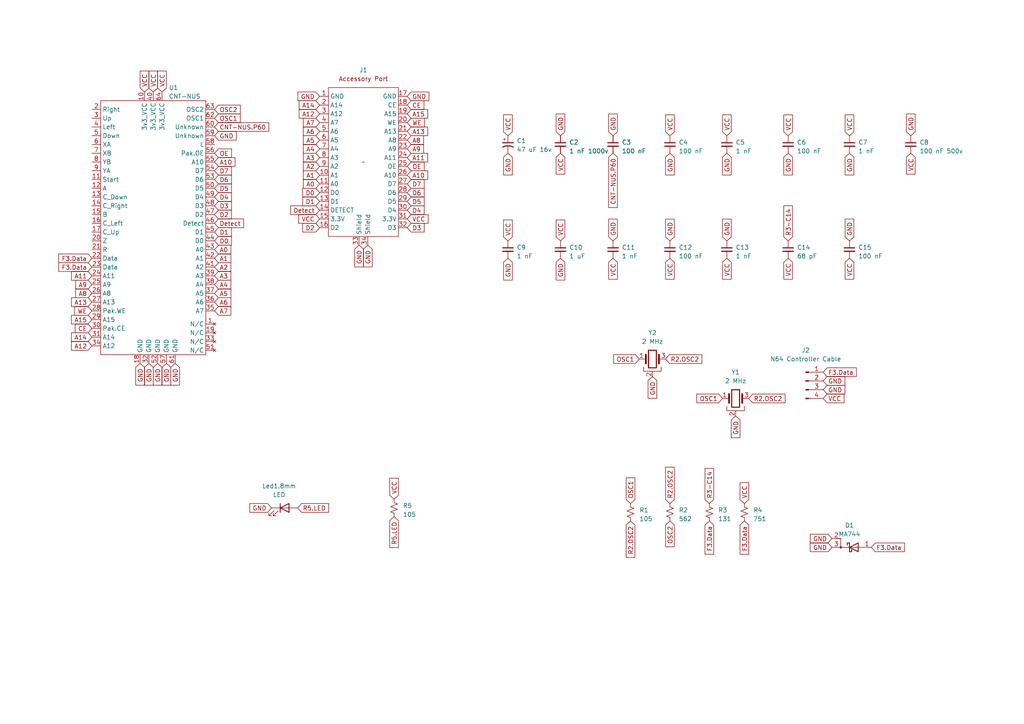
<source format=kicad_sch>
(kicad_sch (version 20230121) (generator eeschema)

  (uuid 16f8130d-dea1-43d3-b813-5d5d1229e6cd)

  (paper "A4")

  (lib_symbols
    (symbol "CNT-NUS_1" (in_bom yes) (on_board yes)
      (property "Reference" "U2" (at 7.0359 38.1 0)
        (effects (font (size 1.27 1.27)) (justify left))
      )
      (property "Value" "CNT-NUS" (at 7.0359 35.56 0)
        (effects (font (size 1.27 1.27)) (justify left))
      )
      (property "Footprint" "N64 Controller:CNT-NUS" (at 5.08 21.59 0)
        (effects (font (size 1.27 1.27)) hide)
      )
      (property "Datasheet" "" (at 5.08 22.86 0)
        (effects (font (size 1.27 1.27)) hide)
      )
      (symbol "CNT-NUS_1_0_1"
        (rectangle (start -15.24 34.29) (end 15.24 -39.37)
          (stroke (width 0) (type default))
          (fill (type none))
        )
      )
      (symbol "CNT-NUS_1_1_1"
        (pin no_connect line (at 17.78 -30.48 180) (length 2.54)
          (name "N/C" (effects (font (size 1.27 1.27))))
          (number "1" (effects (font (size 1.27 1.27))))
        )
        (pin power_in line (at -2.54 36.83 270) (length 2.54)
          (name "3v3_VCC" (effects (font (size 1.27 1.27))))
          (number "10" (effects (font (size 1.27 1.27))))
        )
        (pin bidirectional line (at -17.78 11.43 0) (length 2.54)
          (name "Start" (effects (font (size 1.27 1.27))))
          (number "11" (effects (font (size 1.27 1.27))))
        )
        (pin bidirectional line (at -17.78 8.89 0) (length 2.54)
          (name "A" (effects (font (size 1.27 1.27))))
          (number "12" (effects (font (size 1.27 1.27))))
        )
        (pin bidirectional line (at -17.78 6.35 0) (length 2.54)
          (name "C_Down" (effects (font (size 1.27 1.27))))
          (number "13" (effects (font (size 1.27 1.27))))
        )
        (pin bidirectional line (at -17.78 3.81 0) (length 2.54)
          (name "C_Right" (effects (font (size 1.27 1.27))))
          (number "14" (effects (font (size 1.27 1.27))))
        )
        (pin bidirectional line (at -17.78 1.27 0) (length 2.54)
          (name "B" (effects (font (size 1.27 1.27))))
          (number "15" (effects (font (size 1.27 1.27))))
        )
        (pin bidirectional line (at -17.78 -1.27 0) (length 2.54)
          (name "C_Left" (effects (font (size 1.27 1.27))))
          (number "16" (effects (font (size 1.27 1.27))))
        )
        (pin bidirectional line (at -17.78 -3.81 0) (length 2.54)
          (name "C_Up" (effects (font (size 1.27 1.27))))
          (number "17" (effects (font (size 1.27 1.27))))
        )
        (pin power_in line (at -3.81 -41.91 90) (length 2.54)
          (name "GND" (effects (font (size 1.27 1.27))))
          (number "18" (effects (font (size 1.27 1.27))))
        )
        (pin no_connect line (at 17.78 -33.02 180) (length 2.54)
          (name "N/C" (effects (font (size 1.27 1.27))))
          (number "19" (effects (font (size 1.27 1.27))))
        )
        (pin bidirectional line (at -17.78 31.75 0) (length 2.54)
          (name "Right" (effects (font (size 1.27 1.27))))
          (number "2" (effects (font (size 1.27 1.27))))
        )
        (pin bidirectional line (at -17.78 -6.35 0) (length 2.54)
          (name "Z" (effects (font (size 1.27 1.27))))
          (number "20" (effects (font (size 1.27 1.27))))
        )
        (pin bidirectional line (at -17.78 -8.89 0) (length 2.54)
          (name "R" (effects (font (size 1.27 1.27))))
          (number "21" (effects (font (size 1.27 1.27))))
        )
        (pin bidirectional line (at -17.78 -11.43 0) (length 2.54)
          (name "Data" (effects (font (size 1.27 1.27))))
          (number "22" (effects (font (size 1.27 1.27))))
        )
        (pin bidirectional line (at -17.78 -13.97 0) (length 2.54)
          (name "Data" (effects (font (size 1.27 1.27))))
          (number "23" (effects (font (size 1.27 1.27))))
        )
        (pin bidirectional line (at -17.78 -16.51 0) (length 2.54)
          (name "A11" (effects (font (size 1.27 1.27))))
          (number "24" (effects (font (size 1.27 1.27))))
        )
        (pin bidirectional line (at -17.78 -19.05 0) (length 2.54)
          (name "A9" (effects (font (size 1.27 1.27))))
          (number "25" (effects (font (size 1.27 1.27))))
        )
        (pin bidirectional line (at -17.78 -21.59 0) (length 2.54)
          (name "A8" (effects (font (size 1.27 1.27))))
          (number "26" (effects (font (size 1.27 1.27))))
        )
        (pin bidirectional line (at -17.78 -24.13 0) (length 2.54)
          (name "A13" (effects (font (size 1.27 1.27))))
          (number "27" (effects (font (size 1.27 1.27))))
        )
        (pin bidirectional line (at -17.78 -26.67 0) (length 2.54)
          (name "Pak.WE" (effects (font (size 1.27 1.27))))
          (number "28" (effects (font (size 1.27 1.27))))
        )
        (pin bidirectional line (at -17.78 -29.21 0) (length 2.54)
          (name "A15" (effects (font (size 1.27 1.27))))
          (number "29" (effects (font (size 1.27 1.27))))
        )
        (pin bidirectional line (at -17.78 29.21 0) (length 2.54)
          (name "Up" (effects (font (size 1.27 1.27))))
          (number "3" (effects (font (size 1.27 1.27))))
        )
        (pin bidirectional line (at -17.78 -31.75 0) (length 2.54)
          (name "Pak.CE" (effects (font (size 1.27 1.27))))
          (number "30" (effects (font (size 1.27 1.27))))
        )
        (pin bidirectional line (at -17.78 -34.29 0) (length 2.54)
          (name "A14" (effects (font (size 1.27 1.27))))
          (number "31" (effects (font (size 1.27 1.27))))
        )
        (pin power_in line (at -1.27 -41.91 90) (length 2.54)
          (name "GND" (effects (font (size 1.27 1.27))))
          (number "32" (effects (font (size 1.27 1.27))))
        )
        (pin no_connect line (at 17.78 -35.56 180) (length 2.54)
          (name "N/C" (effects (font (size 1.27 1.27))))
          (number "33" (effects (font (size 1.27 1.27))))
        )
        (pin bidirectional line (at -17.78 -36.83 0) (length 2.54)
          (name "A12" (effects (font (size 1.27 1.27))))
          (number "34" (effects (font (size 1.27 1.27))))
        )
        (pin bidirectional line (at 17.78 -26.67 180) (length 2.54)
          (name "A7" (effects (font (size 1.27 1.27))))
          (number "35" (effects (font (size 1.27 1.27))))
        )
        (pin bidirectional line (at 17.78 -24.13 180) (length 2.54)
          (name "A6" (effects (font (size 1.27 1.27))))
          (number "36" (effects (font (size 1.27 1.27))))
        )
        (pin bidirectional line (at 17.78 -21.59 180) (length 2.54)
          (name "A5" (effects (font (size 1.27 1.27))))
          (number "37" (effects (font (size 1.27 1.27))))
        )
        (pin bidirectional line (at 17.78 -19.05 180) (length 2.54)
          (name "A4" (effects (font (size 1.27 1.27))))
          (number "38" (effects (font (size 1.27 1.27))))
        )
        (pin bidirectional line (at 17.78 -16.51 180) (length 2.54)
          (name "A3" (effects (font (size 1.27 1.27))))
          (number "39" (effects (font (size 1.27 1.27))))
        )
        (pin bidirectional line (at -17.78 26.67 0) (length 2.54)
          (name "Left" (effects (font (size 1.27 1.27))))
          (number "4" (effects (font (size 1.27 1.27))))
        )
        (pin power_in line (at 0 36.83 270) (length 2.54)
          (name "3v3_VCC" (effects (font (size 1.27 1.27))))
          (number "40" (effects (font (size 1.27 1.27))))
        )
        (pin bidirectional line (at 17.78 -13.97 180) (length 2.54)
          (name "A2" (effects (font (size 1.27 1.27))))
          (number "41" (effects (font (size 1.27 1.27))))
        )
        (pin bidirectional line (at 17.78 -11.43 180) (length 2.54)
          (name "A1" (effects (font (size 1.27 1.27))))
          (number "42" (effects (font (size 1.27 1.27))))
        )
        (pin bidirectional line (at 17.78 -8.89 180) (length 2.54)
          (name "A0" (effects (font (size 1.27 1.27))))
          (number "43" (effects (font (size 1.27 1.27))))
        )
        (pin bidirectional line (at 17.78 -6.35 180) (length 2.54)
          (name "D0" (effects (font (size 1.27 1.27))))
          (number "44" (effects (font (size 1.27 1.27))))
        )
        (pin bidirectional line (at 17.78 -3.81 180) (length 2.54)
          (name "D1" (effects (font (size 1.27 1.27))))
          (number "45" (effects (font (size 1.27 1.27))))
        )
        (pin bidirectional line (at 17.78 -1.27 180) (length 2.54)
          (name "Detect" (effects (font (size 1.27 1.27))))
          (number "46" (effects (font (size 1.27 1.27))))
        )
        (pin bidirectional line (at 17.78 1.27 180) (length 2.54)
          (name "D2" (effects (font (size 1.27 1.27))))
          (number "47" (effects (font (size 1.27 1.27))))
        )
        (pin bidirectional line (at 17.78 3.81 180) (length 2.54)
          (name "D3" (effects (font (size 1.27 1.27))))
          (number "48" (effects (font (size 1.27 1.27))))
        )
        (pin bidirectional line (at 17.78 6.35 180) (length 2.54)
          (name "D4" (effects (font (size 1.27 1.27))))
          (number "49" (effects (font (size 1.27 1.27))))
        )
        (pin bidirectional line (at -17.78 24.13 0) (length 2.54)
          (name "Down" (effects (font (size 1.27 1.27))))
          (number "5" (effects (font (size 1.27 1.27))))
        )
        (pin bidirectional line (at 17.78 8.89 180) (length 2.54)
          (name "D5" (effects (font (size 1.27 1.27))))
          (number "50" (effects (font (size 1.27 1.27))))
        )
        (pin no_connect line (at 17.78 -38.1 180) (length 2.54)
          (name "N/C" (effects (font (size 1.27 1.27))))
          (number "51" (effects (font (size 1.27 1.27))))
        )
        (pin power_in line (at 1.27 -41.91 90) (length 2.54)
          (name "GND" (effects (font (size 1.27 1.27))))
          (number "52" (effects (font (size 1.27 1.27))))
        )
        (pin bidirectional line (at 17.78 11.43 180) (length 2.54)
          (name "D6" (effects (font (size 1.27 1.27))))
          (number "53" (effects (font (size 1.27 1.27))))
        )
        (pin bidirectional line (at 17.78 13.97 180) (length 2.54)
          (name "D7" (effects (font (size 1.27 1.27))))
          (number "54" (effects (font (size 1.27 1.27))))
        )
        (pin bidirectional line (at 17.78 16.51 180) (length 2.54)
          (name "A10" (effects (font (size 1.27 1.27))))
          (number "55" (effects (font (size 1.27 1.27))))
        )
        (pin bidirectional line (at 17.78 19.05 180) (length 2.54)
          (name "Pak.OE" (effects (font (size 1.27 1.27))))
          (number "56" (effects (font (size 1.27 1.27))))
        )
        (pin power_in line (at 3.81 -41.91 90) (length 2.54)
          (name "GND" (effects (font (size 1.27 1.27))))
          (number "57" (effects (font (size 1.27 1.27))))
        )
        (pin bidirectional line (at 17.78 21.59 180) (length 2.54)
          (name "L" (effects (font (size 1.27 1.27))))
          (number "58" (effects (font (size 1.27 1.27))))
        )
        (pin bidirectional line (at 17.78 24.13 180) (length 2.54)
          (name "Unknown" (effects (font (size 1.27 1.27))))
          (number "59" (effects (font (size 1.27 1.27))))
        )
        (pin bidirectional line (at -17.78 21.59 0) (length 2.54)
          (name "XA" (effects (font (size 1.27 1.27))))
          (number "6" (effects (font (size 1.27 1.27))))
        )
        (pin bidirectional line (at 17.78 26.67 180) (length 2.54)
          (name "Unknown" (effects (font (size 1.27 1.27))))
          (number "60" (effects (font (size 1.27 1.27))))
        )
        (pin power_in line (at 6.35 -41.91 90) (length 2.54)
          (name "GND" (effects (font (size 1.27 1.27))))
          (number "61" (effects (font (size 1.27 1.27))))
        )
        (pin bidirectional line (at 17.78 29.21 180) (length 2.54)
          (name "OSC1" (effects (font (size 1.27 1.27))))
          (number "62" (effects (font (size 1.27 1.27))))
        )
        (pin bidirectional line (at 17.78 31.75 180) (length 2.54)
          (name "OSC2" (effects (font (size 1.27 1.27))))
          (number "63" (effects (font (size 1.27 1.27))))
        )
        (pin power_in line (at 2.54 36.83 270) (length 2.54)
          (name "3v3_VCC" (effects (font (size 1.27 1.27))))
          (number "64" (effects (font (size 1.27 1.27))))
        )
        (pin bidirectional line (at -17.78 19.05 0) (length 2.54)
          (name "XB" (effects (font (size 1.27 1.27))))
          (number "7" (effects (font (size 1.27 1.27))))
        )
        (pin bidirectional line (at -17.78 16.51 0) (length 2.54)
          (name "YB" (effects (font (size 1.27 1.27))))
          (number "8" (effects (font (size 1.27 1.27))))
        )
        (pin bidirectional line (at -17.78 13.97 0) (length 2.54)
          (name "YA" (effects (font (size 1.27 1.27))))
          (number "9" (effects (font (size 1.27 1.27))))
        )
      )
    )
    (symbol "Connector:Conn_01x04_Pin" (pin_names (offset 1.016) hide) (in_bom yes) (on_board yes)
      (property "Reference" "J" (at 0 5.08 0)
        (effects (font (size 1.27 1.27)))
      )
      (property "Value" "Conn_01x04_Pin" (at 0 -7.62 0)
        (effects (font (size 1.27 1.27)))
      )
      (property "Footprint" "" (at 0 0 0)
        (effects (font (size 1.27 1.27)) hide)
      )
      (property "Datasheet" "~" (at 0 0 0)
        (effects (font (size 1.27 1.27)) hide)
      )
      (property "ki_locked" "" (at 0 0 0)
        (effects (font (size 1.27 1.27)))
      )
      (property "ki_keywords" "connector" (at 0 0 0)
        (effects (font (size 1.27 1.27)) hide)
      )
      (property "ki_description" "Generic connector, single row, 01x04, script generated" (at 0 0 0)
        (effects (font (size 1.27 1.27)) hide)
      )
      (property "ki_fp_filters" "Connector*:*_1x??_*" (at 0 0 0)
        (effects (font (size 1.27 1.27)) hide)
      )
      (symbol "Conn_01x04_Pin_1_1"
        (polyline
          (pts
            (xy 1.27 -5.08)
            (xy 0.8636 -5.08)
          )
          (stroke (width 0.1524) (type default))
          (fill (type none))
        )
        (polyline
          (pts
            (xy 1.27 -2.54)
            (xy 0.8636 -2.54)
          )
          (stroke (width 0.1524) (type default))
          (fill (type none))
        )
        (polyline
          (pts
            (xy 1.27 0)
            (xy 0.8636 0)
          )
          (stroke (width 0.1524) (type default))
          (fill (type none))
        )
        (polyline
          (pts
            (xy 1.27 2.54)
            (xy 0.8636 2.54)
          )
          (stroke (width 0.1524) (type default))
          (fill (type none))
        )
        (rectangle (start 0.8636 -4.953) (end 0 -5.207)
          (stroke (width 0.1524) (type default))
          (fill (type outline))
        )
        (rectangle (start 0.8636 -2.413) (end 0 -2.667)
          (stroke (width 0.1524) (type default))
          (fill (type outline))
        )
        (rectangle (start 0.8636 0.127) (end 0 -0.127)
          (stroke (width 0.1524) (type default))
          (fill (type outline))
        )
        (rectangle (start 0.8636 2.667) (end 0 2.413)
          (stroke (width 0.1524) (type default))
          (fill (type outline))
        )
        (pin passive line (at 5.08 2.54 180) (length 3.81)
          (name "Pin_1" (effects (font (size 1.27 1.27))))
          (number "1" (effects (font (size 1.27 1.27))))
        )
        (pin passive line (at 5.08 0 180) (length 3.81)
          (name "Pin_2" (effects (font (size 1.27 1.27))))
          (number "2" (effects (font (size 1.27 1.27))))
        )
        (pin passive line (at 5.08 -2.54 180) (length 3.81)
          (name "Pin_3" (effects (font (size 1.27 1.27))))
          (number "3" (effects (font (size 1.27 1.27))))
        )
        (pin passive line (at 5.08 -5.08 180) (length 3.81)
          (name "Pin_4" (effects (font (size 1.27 1.27))))
          (number "4" (effects (font (size 1.27 1.27))))
        )
      )
    )
    (symbol "Device:C_Polarized_Small_US" (pin_numbers hide) (pin_names (offset 0.254) hide) (in_bom yes) (on_board yes)
      (property "Reference" "C" (at 0.254 1.778 0)
        (effects (font (size 1.27 1.27)) (justify left))
      )
      (property "Value" "C_Polarized_Small_US" (at 0.254 -2.032 0)
        (effects (font (size 1.27 1.27)) (justify left))
      )
      (property "Footprint" "" (at 0 0 0)
        (effects (font (size 1.27 1.27)) hide)
      )
      (property "Datasheet" "~" (at 0 0 0)
        (effects (font (size 1.27 1.27)) hide)
      )
      (property "ki_keywords" "cap capacitor" (at 0 0 0)
        (effects (font (size 1.27 1.27)) hide)
      )
      (property "ki_description" "Polarized capacitor, small US symbol" (at 0 0 0)
        (effects (font (size 1.27 1.27)) hide)
      )
      (property "ki_fp_filters" "CP_*" (at 0 0 0)
        (effects (font (size 1.27 1.27)) hide)
      )
      (symbol "C_Polarized_Small_US_0_1"
        (polyline
          (pts
            (xy -1.524 0.508)
            (xy 1.524 0.508)
          )
          (stroke (width 0.3048) (type default))
          (fill (type none))
        )
        (polyline
          (pts
            (xy -1.27 1.524)
            (xy -0.762 1.524)
          )
          (stroke (width 0) (type default))
          (fill (type none))
        )
        (polyline
          (pts
            (xy -1.016 1.27)
            (xy -1.016 1.778)
          )
          (stroke (width 0) (type default))
          (fill (type none))
        )
        (arc (start 1.524 -0.762) (mid 0 -0.3734) (end -1.524 -0.762)
          (stroke (width 0.3048) (type default))
          (fill (type none))
        )
      )
      (symbol "C_Polarized_Small_US_1_1"
        (pin passive line (at 0 2.54 270) (length 2.032)
          (name "~" (effects (font (size 1.27 1.27))))
          (number "1" (effects (font (size 1.27 1.27))))
        )
        (pin passive line (at 0 -2.54 90) (length 2.032)
          (name "~" (effects (font (size 1.27 1.27))))
          (number "2" (effects (font (size 1.27 1.27))))
        )
      )
    )
    (symbol "Device:C_Small" (pin_numbers hide) (pin_names (offset 0.254) hide) (in_bom yes) (on_board yes)
      (property "Reference" "C" (at 0.254 1.778 0)
        (effects (font (size 1.27 1.27)) (justify left))
      )
      (property "Value" "C_Small" (at 0.254 -2.032 0)
        (effects (font (size 1.27 1.27)) (justify left))
      )
      (property "Footprint" "" (at 0 0 0)
        (effects (font (size 1.27 1.27)) hide)
      )
      (property "Datasheet" "~" (at 0 0 0)
        (effects (font (size 1.27 1.27)) hide)
      )
      (property "ki_keywords" "capacitor cap" (at 0 0 0)
        (effects (font (size 1.27 1.27)) hide)
      )
      (property "ki_description" "Unpolarized capacitor, small symbol" (at 0 0 0)
        (effects (font (size 1.27 1.27)) hide)
      )
      (property "ki_fp_filters" "C_*" (at 0 0 0)
        (effects (font (size 1.27 1.27)) hide)
      )
      (symbol "C_Small_0_1"
        (polyline
          (pts
            (xy -1.524 -0.508)
            (xy 1.524 -0.508)
          )
          (stroke (width 0.3302) (type default))
          (fill (type none))
        )
        (polyline
          (pts
            (xy -1.524 0.508)
            (xy 1.524 0.508)
          )
          (stroke (width 0.3048) (type default))
          (fill (type none))
        )
      )
      (symbol "C_Small_1_1"
        (pin passive line (at 0 2.54 270) (length 2.032)
          (name "~" (effects (font (size 1.27 1.27))))
          (number "1" (effects (font (size 1.27 1.27))))
        )
        (pin passive line (at 0 -2.54 90) (length 2.032)
          (name "~" (effects (font (size 1.27 1.27))))
          (number "2" (effects (font (size 1.27 1.27))))
        )
      )
    )
    (symbol "Device:Crystal_GND2" (pin_names (offset 1.016) hide) (in_bom yes) (on_board yes)
      (property "Reference" "Y" (at 0 5.715 0)
        (effects (font (size 1.27 1.27)))
      )
      (property "Value" "Crystal_GND2" (at 0 3.81 0)
        (effects (font (size 1.27 1.27)))
      )
      (property "Footprint" "" (at 0 0 0)
        (effects (font (size 1.27 1.27)) hide)
      )
      (property "Datasheet" "~" (at 0 0 0)
        (effects (font (size 1.27 1.27)) hide)
      )
      (property "ki_keywords" "quartz ceramic resonator oscillator" (at 0 0 0)
        (effects (font (size 1.27 1.27)) hide)
      )
      (property "ki_description" "Three pin crystal, GND on pin 2" (at 0 0 0)
        (effects (font (size 1.27 1.27)) hide)
      )
      (property "ki_fp_filters" "Crystal*" (at 0 0 0)
        (effects (font (size 1.27 1.27)) hide)
      )
      (symbol "Crystal_GND2_0_1"
        (rectangle (start -1.143 2.54) (end 1.143 -2.54)
          (stroke (width 0.3048) (type default))
          (fill (type none))
        )
        (polyline
          (pts
            (xy -2.54 0)
            (xy -1.905 0)
          )
          (stroke (width 0) (type default))
          (fill (type none))
        )
        (polyline
          (pts
            (xy -1.905 -1.27)
            (xy -1.905 1.27)
          )
          (stroke (width 0.508) (type default))
          (fill (type none))
        )
        (polyline
          (pts
            (xy 0 -3.81)
            (xy 0 -3.556)
          )
          (stroke (width 0) (type default))
          (fill (type none))
        )
        (polyline
          (pts
            (xy 1.905 0)
            (xy 2.54 0)
          )
          (stroke (width 0) (type default))
          (fill (type none))
        )
        (polyline
          (pts
            (xy 1.905 1.27)
            (xy 1.905 -1.27)
          )
          (stroke (width 0.508) (type default))
          (fill (type none))
        )
        (polyline
          (pts
            (xy -2.54 -2.286)
            (xy -2.54 -3.556)
            (xy 2.54 -3.556)
            (xy 2.54 -2.286)
          )
          (stroke (width 0) (type default))
          (fill (type none))
        )
      )
      (symbol "Crystal_GND2_1_1"
        (pin passive line (at -3.81 0 0) (length 1.27)
          (name "1" (effects (font (size 1.27 1.27))))
          (number "1" (effects (font (size 1.27 1.27))))
        )
        (pin passive line (at 0 -5.08 90) (length 1.27)
          (name "2" (effects (font (size 1.27 1.27))))
          (number "2" (effects (font (size 1.27 1.27))))
        )
        (pin passive line (at 3.81 0 180) (length 1.27)
          (name "3" (effects (font (size 1.27 1.27))))
          (number "3" (effects (font (size 1.27 1.27))))
        )
      )
    )
    (symbol "Device:D_Schottky_AKK" (pin_names (offset 0) hide) (in_bom yes) (on_board yes)
      (property "Reference" "D" (at 0 2.54 0)
        (effects (font (size 1.27 1.27)))
      )
      (property "Value" "D_Schottky_AKK" (at 0 -2.54 0)
        (effects (font (size 1.27 1.27)))
      )
      (property "Footprint" "" (at 0 0 0)
        (effects (font (size 1.27 1.27)) hide)
      )
      (property "Datasheet" "~" (at 0 0 0)
        (effects (font (size 1.27 1.27)) hide)
      )
      (property "ki_keywords" "diode Schottky SCHDPAK" (at 0 0 0)
        (effects (font (size 1.27 1.27)) hide)
      )
      (property "ki_description" "Schottky diode, cathode on pins 2 and 3" (at 0 0 0)
        (effects (font (size 1.27 1.27)) hide)
      )
      (property "ki_fp_filters" "TO-???* *_Diode_* *SingleDiode* D_*" (at 0 0 0)
        (effects (font (size 1.27 1.27)) hide)
      )
      (symbol "D_Schottky_AKK_0_1"
        (circle (center -3.81 0) (radius 0.254)
          (stroke (width 0) (type default))
          (fill (type outline))
        )
        (polyline
          (pts
            (xy -5.08 2.54)
            (xy -3.81 2.54)
            (xy -3.81 0)
            (xy 2.54 0)
          )
          (stroke (width 0) (type default))
          (fill (type none))
        )
        (polyline
          (pts
            (xy 1.27 1.27)
            (xy 1.27 -1.27)
            (xy -1.27 0)
            (xy 1.27 1.27)
          )
          (stroke (width 0.254) (type default))
          (fill (type none))
        )
        (polyline
          (pts
            (xy -1.905 0.635)
            (xy -1.905 1.27)
            (xy -1.27 1.27)
            (xy -1.27 -1.27)
            (xy -0.635 -1.27)
            (xy -0.635 -0.635)
          )
          (stroke (width 0.254) (type default))
          (fill (type none))
        )
      )
      (symbol "D_Schottky_AKK_1_1"
        (pin passive line (at 5.08 0 180) (length 2.54)
          (name "A" (effects (font (size 1.27 1.27))))
          (number "1" (effects (font (size 1.27 1.27))))
        )
        (pin input line (at -6.35 2.54 0) (length 2.54)
          (name "K" (effects (font (size 1.27 1.27))))
          (number "2" (effects (font (size 1.27 1.27))))
        )
        (pin passive line (at -6.35 0 0) (length 2.54)
          (name "K" (effects (font (size 1.27 1.27))))
          (number "3" (effects (font (size 1.27 1.27))))
        )
      )
    )
    (symbol "Device:LED" (pin_numbers hide) (pin_names (offset 1.016) hide) (in_bom yes) (on_board yes)
      (property "Reference" "D" (at 0 2.54 0)
        (effects (font (size 1.27 1.27)))
      )
      (property "Value" "LED" (at 0 -2.54 0)
        (effects (font (size 1.27 1.27)))
      )
      (property "Footprint" "" (at 0 0 0)
        (effects (font (size 1.27 1.27)) hide)
      )
      (property "Datasheet" "~" (at 0 0 0)
        (effects (font (size 1.27 1.27)) hide)
      )
      (property "ki_keywords" "LED diode" (at 0 0 0)
        (effects (font (size 1.27 1.27)) hide)
      )
      (property "ki_description" "Light emitting diode" (at 0 0 0)
        (effects (font (size 1.27 1.27)) hide)
      )
      (property "ki_fp_filters" "LED* LED_SMD:* LED_THT:*" (at 0 0 0)
        (effects (font (size 1.27 1.27)) hide)
      )
      (symbol "LED_0_1"
        (polyline
          (pts
            (xy -1.27 -1.27)
            (xy -1.27 1.27)
          )
          (stroke (width 0.254) (type default))
          (fill (type none))
        )
        (polyline
          (pts
            (xy -1.27 0)
            (xy 1.27 0)
          )
          (stroke (width 0) (type default))
          (fill (type none))
        )
        (polyline
          (pts
            (xy 1.27 -1.27)
            (xy 1.27 1.27)
            (xy -1.27 0)
            (xy 1.27 -1.27)
          )
          (stroke (width 0.254) (type default))
          (fill (type none))
        )
        (polyline
          (pts
            (xy -3.048 -0.762)
            (xy -4.572 -2.286)
            (xy -3.81 -2.286)
            (xy -4.572 -2.286)
            (xy -4.572 -1.524)
          )
          (stroke (width 0) (type default))
          (fill (type none))
        )
        (polyline
          (pts
            (xy -1.778 -0.762)
            (xy -3.302 -2.286)
            (xy -2.54 -2.286)
            (xy -3.302 -2.286)
            (xy -3.302 -1.524)
          )
          (stroke (width 0) (type default))
          (fill (type none))
        )
      )
      (symbol "LED_1_1"
        (pin passive line (at -3.81 0 0) (length 2.54)
          (name "K" (effects (font (size 1.27 1.27))))
          (number "1" (effects (font (size 1.27 1.27))))
        )
        (pin passive line (at 3.81 0 180) (length 2.54)
          (name "A" (effects (font (size 1.27 1.27))))
          (number "2" (effects (font (size 1.27 1.27))))
        )
      )
    )
    (symbol "Device:R_Small_US" (pin_numbers hide) (pin_names (offset 0.254) hide) (in_bom yes) (on_board yes)
      (property "Reference" "R" (at 0.762 0.508 0)
        (effects (font (size 1.27 1.27)) (justify left))
      )
      (property "Value" "R_Small_US" (at 0.762 -1.016 0)
        (effects (font (size 1.27 1.27)) (justify left))
      )
      (property "Footprint" "" (at 0 0 0)
        (effects (font (size 1.27 1.27)) hide)
      )
      (property "Datasheet" "~" (at 0 0 0)
        (effects (font (size 1.27 1.27)) hide)
      )
      (property "ki_keywords" "r resistor" (at 0 0 0)
        (effects (font (size 1.27 1.27)) hide)
      )
      (property "ki_description" "Resistor, small US symbol" (at 0 0 0)
        (effects (font (size 1.27 1.27)) hide)
      )
      (property "ki_fp_filters" "R_*" (at 0 0 0)
        (effects (font (size 1.27 1.27)) hide)
      )
      (symbol "R_Small_US_1_1"
        (polyline
          (pts
            (xy 0 0)
            (xy 1.016 -0.381)
            (xy 0 -0.762)
            (xy -1.016 -1.143)
            (xy 0 -1.524)
          )
          (stroke (width 0) (type default))
          (fill (type none))
        )
        (polyline
          (pts
            (xy 0 1.524)
            (xy 1.016 1.143)
            (xy 0 0.762)
            (xy -1.016 0.381)
            (xy 0 0)
          )
          (stroke (width 0) (type default))
          (fill (type none))
        )
        (pin passive line (at 0 2.54 270) (length 1.016)
          (name "~" (effects (font (size 1.27 1.27))))
          (number "1" (effects (font (size 1.27 1.27))))
        )
        (pin passive line (at 0 -2.54 90) (length 1.016)
          (name "~" (effects (font (size 1.27 1.27))))
          (number "2" (effects (font (size 1.27 1.27))))
        )
      )
    )
    (symbol "N64 Controller:Accessory_Port" (in_bom yes) (on_board yes)
      (property "Reference" "J1" (at 0 26.67 0)
        (effects (font (size 1.27 1.27)))
      )
      (property "Value" "~" (at 0 0 0)
        (effects (font (size 1.27 1.27)))
      )
      (property "Footprint" "" (at 0 0 0)
        (effects (font (size 1.27 1.27)) hide)
      )
      (property "Datasheet" "" (at 0 0 0)
        (effects (font (size 1.27 1.27)) hide)
      )
      (symbol "Accessory_Port_0_0"
        (text "Accessory Port" (at 0 24.13 0)
          (effects (font (size 1.27 1.27)))
        )
      )
      (symbol "Accessory_Port_0_1"
        (rectangle (start -10.16 21.59) (end 10.16 -21.59)
          (stroke (width 0) (type default))
          (fill (type none))
        )
      )
      (symbol "Accessory_Port_1_1"
        (pin power_in line (at -12.7 19.05 0) (length 2.54)
          (name "GND" (effects (font (size 1.27 1.27))))
          (number "1" (effects (font (size 1.27 1.27))))
        )
        (pin input line (at -12.7 -3.81 0) (length 2.54)
          (name "A1" (effects (font (size 1.27 1.27))))
          (number "10" (effects (font (size 1.27 1.27))))
        )
        (pin input line (at -12.7 -6.35 0) (length 2.54)
          (name "A0" (effects (font (size 1.27 1.27))))
          (number "11" (effects (font (size 1.27 1.27))))
        )
        (pin bidirectional line (at -12.7 -8.89 0) (length 2.54)
          (name "D0" (effects (font (size 1.27 1.27))))
          (number "12" (effects (font (size 1.27 1.27))))
        )
        (pin bidirectional line (at -12.7 -11.43 0) (length 2.54)
          (name "D1" (effects (font (size 1.27 1.27))))
          (number "13" (effects (font (size 1.27 1.27))))
        )
        (pin input line (at -12.7 -13.97 0) (length 2.54)
          (name "DETECT" (effects (font (size 1.27 1.27))))
          (number "14" (effects (font (size 1.27 1.27))))
        )
        (pin power_in line (at -12.7 -16.51 0) (length 2.54)
          (name "3.3V" (effects (font (size 1.27 1.27))))
          (number "15" (effects (font (size 1.27 1.27))))
        )
        (pin bidirectional line (at -12.7 -19.05 0) (length 2.54)
          (name "D2" (effects (font (size 1.27 1.27))))
          (number "16" (effects (font (size 1.27 1.27))))
        )
        (pin power_in line (at 12.7 19.05 180) (length 2.54)
          (name "GND" (effects (font (size 1.27 1.27))))
          (number "17" (effects (font (size 1.27 1.27))))
        )
        (pin input line (at 12.7 16.51 180) (length 2.54)
          (name "CE" (effects (font (size 1.27 1.27))))
          (number "18" (effects (font (size 1.27 1.27))))
        )
        (pin input line (at 12.7 13.97 180) (length 2.54)
          (name "A15" (effects (font (size 1.27 1.27))))
          (number "19" (effects (font (size 1.27 1.27))))
        )
        (pin input line (at -12.7 16.51 0) (length 2.54)
          (name "A14" (effects (font (size 1.27 1.27))))
          (number "2" (effects (font (size 1.27 1.27))))
        )
        (pin input line (at 12.7 11.43 180) (length 2.54)
          (name "WE" (effects (font (size 1.27 1.27))))
          (number "20" (effects (font (size 1.27 1.27))))
        )
        (pin input line (at 12.7 8.89 180) (length 2.54)
          (name "A13" (effects (font (size 1.27 1.27))))
          (number "21" (effects (font (size 1.27 1.27))))
        )
        (pin input line (at 12.7 6.35 180) (length 2.54)
          (name "A8" (effects (font (size 1.27 1.27))))
          (number "22" (effects (font (size 1.27 1.27))))
        )
        (pin input line (at 12.7 3.81 180) (length 2.54)
          (name "A9" (effects (font (size 1.27 1.27))))
          (number "23" (effects (font (size 1.27 1.27))))
        )
        (pin input line (at 12.7 1.27 180) (length 2.54)
          (name "A11" (effects (font (size 1.27 1.27))))
          (number "24" (effects (font (size 1.27 1.27))))
        )
        (pin input line (at 12.7 -1.27 180) (length 2.54)
          (name "OE" (effects (font (size 1.27 1.27))))
          (number "25" (effects (font (size 1.27 1.27))))
        )
        (pin input line (at 12.7 -3.81 180) (length 2.54)
          (name "A10" (effects (font (size 1.27 1.27))))
          (number "26" (effects (font (size 1.27 1.27))))
        )
        (pin bidirectional line (at 12.7 -6.35 180) (length 2.54)
          (name "D7" (effects (font (size 1.27 1.27))))
          (number "27" (effects (font (size 1.27 1.27))))
        )
        (pin bidirectional line (at 12.7 -8.89 180) (length 2.54)
          (name "D6" (effects (font (size 1.27 1.27))))
          (number "28" (effects (font (size 1.27 1.27))))
        )
        (pin bidirectional line (at 12.7 -11.43 180) (length 2.54)
          (name "D5" (effects (font (size 1.27 1.27))))
          (number "29" (effects (font (size 1.27 1.27))))
        )
        (pin input line (at -12.7 13.97 0) (length 2.54)
          (name "A12" (effects (font (size 1.27 1.27))))
          (number "3" (effects (font (size 1.27 1.27))))
        )
        (pin bidirectional line (at 12.7 -13.97 180) (length 2.54)
          (name "D4" (effects (font (size 1.27 1.27))))
          (number "30" (effects (font (size 1.27 1.27))))
        )
        (pin power_in line (at 12.7 -16.51 180) (length 2.54)
          (name "3.3V" (effects (font (size 1.27 1.27))))
          (number "31" (effects (font (size 1.27 1.27))))
        )
        (pin bidirectional line (at 12.7 -19.05 180) (length 2.54)
          (name "D3" (effects (font (size 1.27 1.27))))
          (number "32" (effects (font (size 1.27 1.27))))
        )
        (pin power_in line (at -1.27 -24.13 90) (length 2.54)
          (name "Shield" (effects (font (size 1.27 1.27))))
          (number "33" (effects (font (size 1.27 1.27))))
        )
        (pin power_in line (at 1.27 -24.13 90) (length 2.54)
          (name "Shield" (effects (font (size 1.27 1.27))))
          (number "34" (effects (font (size 1.27 1.27))))
        )
        (pin input line (at -12.7 11.43 0) (length 2.54)
          (name "A7" (effects (font (size 1.27 1.27))))
          (number "4" (effects (font (size 1.27 1.27))))
        )
        (pin input line (at -12.7 8.89 0) (length 2.54)
          (name "A6" (effects (font (size 1.27 1.27))))
          (number "5" (effects (font (size 1.27 1.27))))
        )
        (pin input line (at -12.7 6.35 0) (length 2.54)
          (name "A5" (effects (font (size 1.27 1.27))))
          (number "6" (effects (font (size 1.27 1.27))))
        )
        (pin input line (at -12.7 3.81 0) (length 2.54)
          (name "A4" (effects (font (size 1.27 1.27))))
          (number "7" (effects (font (size 1.27 1.27))))
        )
        (pin input line (at -12.7 1.27 0) (length 2.54)
          (name "A3" (effects (font (size 1.27 1.27))))
          (number "8" (effects (font (size 1.27 1.27))))
        )
        (pin input line (at -12.7 -1.27 0) (length 2.54)
          (name "A2" (effects (font (size 1.27 1.27))))
          (number "9" (effects (font (size 1.27 1.27))))
        )
      )
    )
  )


  (global_label "R3-C14" (shape input) (at 228.6 69.85 90) (fields_autoplaced)
    (effects (font (size 1.27 1.27)) (justify left))
    (uuid 0373d13f-a463-4621-8cf5-c546386553c1)
    (property "Intersheetrefs" "${INTERSHEET_REFS}" (at 228.6 59.2033 90)
      (effects (font (size 1.27 1.27)) (justify left) hide)
    )
  )
  (global_label "GND" (shape input) (at 189.23 109.22 270) (fields_autoplaced)
    (effects (font (size 1.27 1.27)) (justify right))
    (uuid 03e739fd-b9e6-4675-ae64-d4cf320f27bb)
    (property "Intersheetrefs" "${INTERSHEET_REFS}" (at 189.23 115.9963 90)
      (effects (font (size 1.27 1.27)) (justify right) hide)
    )
  )
  (global_label "A15" (shape input) (at 118.11 33.02 0) (fields_autoplaced)
    (effects (font (size 1.27 1.27)) (justify left))
    (uuid 06704c7b-5ca5-44ff-bc0a-25cfbe8454e9)
    (property "Intersheetrefs" "${INTERSHEET_REFS}" (at 124.5234 33.02 0)
      (effects (font (size 1.27 1.27)) (justify left) hide)
    )
  )
  (global_label "D6" (shape input) (at 62.23 52.07 0) (fields_autoplaced)
    (effects (font (size 1.27 1.27)) (justify left))
    (uuid 0721fc35-eae6-4f66-b73b-17d6cd9ac475)
    (property "Intersheetrefs" "${INTERSHEET_REFS}" (at 67.6153 52.07 0)
      (effects (font (size 1.27 1.27)) (justify left) hide)
    )
  )
  (global_label "VCC" (shape input) (at 44.45 26.67 90) (fields_autoplaced)
    (effects (font (size 1.27 1.27)) (justify left))
    (uuid 07fdb0d9-b9b6-445d-b162-2150b8f95ad4)
    (property "Intersheetrefs" "${INTERSHEET_REFS}" (at 44.45 20.1356 90)
      (effects (font (size 1.27 1.27)) (justify left) hide)
    )
  )
  (global_label "D3" (shape input) (at 62.23 59.69 0) (fields_autoplaced)
    (effects (font (size 1.27 1.27)) (justify left))
    (uuid 09b798fb-964d-4234-8785-6aae5caa8423)
    (property "Intersheetrefs" "${INTERSHEET_REFS}" (at 67.6153 59.69 0)
      (effects (font (size 1.27 1.27)) (justify left) hide)
    )
  )
  (global_label "OE" (shape input) (at 118.11 48.26 0) (fields_autoplaced)
    (effects (font (size 1.27 1.27)) (justify left))
    (uuid 0a11920b-b6ef-4e5b-af9b-0da223406f0e)
    (property "Intersheetrefs" "${INTERSHEET_REFS}" (at 123.4953 48.26 0)
      (effects (font (size 1.27 1.27)) (justify left) hide)
    )
  )
  (global_label "A6" (shape input) (at 62.23 87.63 0) (fields_autoplaced)
    (effects (font (size 1.27 1.27)) (justify left))
    (uuid 0b7cee3c-08b0-4b8a-8909-56cb8743947a)
    (property "Intersheetrefs" "${INTERSHEET_REFS}" (at 67.4339 87.63 0)
      (effects (font (size 1.27 1.27)) (justify left) hide)
    )
  )
  (global_label "OSC1" (shape input) (at 62.23 34.29 0) (fields_autoplaced)
    (effects (font (size 1.27 1.27)) (justify left))
    (uuid 10d93895-ed8d-4d0f-89b2-17813846a8f2)
    (property "Intersheetrefs" "${INTERSHEET_REFS}" (at 70.1553 34.29 0)
      (effects (font (size 1.27 1.27)) (justify left) hide)
    )
  )
  (global_label "CNT-NUS.P60" (shape input) (at 177.8 44.45 270) (fields_autoplaced)
    (effects (font (size 1.27 1.27)) (justify right))
    (uuid 114e85b2-5c91-4993-bbd3-4c7eb416479b)
    (property "Intersheetrefs" "${INTERSHEET_REFS}" (at 177.8 60.6606 90)
      (effects (font (size 1.27 1.27)) (justify right) hide)
    )
  )
  (global_label "R2.OSC2" (shape input) (at 193.04 104.14 0) (fields_autoplaced)
    (effects (font (size 1.27 1.27)) (justify left))
    (uuid 1182dfc5-175f-4bae-872e-3fb0a2e6f4bb)
    (property "Intersheetrefs" "${INTERSHEET_REFS}" (at 204.0496 104.14 0)
      (effects (font (size 1.27 1.27)) (justify left) hide)
    )
  )
  (global_label "A14" (shape input) (at 92.71 30.48 180) (fields_autoplaced)
    (effects (font (size 1.27 1.27)) (justify right))
    (uuid 11f37ba0-a271-4d31-abe5-16431adce1a5)
    (property "Intersheetrefs" "${INTERSHEET_REFS}" (at 86.2966 30.48 0)
      (effects (font (size 1.27 1.27)) (justify right) hide)
    )
  )
  (global_label "VCC" (shape input) (at 114.3 144.78 90) (fields_autoplaced)
    (effects (font (size 1.27 1.27)) (justify left))
    (uuid 1b8ea133-177b-4530-bf77-9e4aaa2feae2)
    (property "Intersheetrefs" "${INTERSHEET_REFS}" (at 114.3 138.2456 90)
      (effects (font (size 1.27 1.27)) (justify left) hide)
    )
  )
  (global_label "VCC" (shape input) (at 194.31 39.37 90) (fields_autoplaced)
    (effects (font (size 1.27 1.27)) (justify left))
    (uuid 1e603360-e056-4846-8aab-3c83098642ec)
    (property "Intersheetrefs" "${INTERSHEET_REFS}" (at 194.31 32.8356 90)
      (effects (font (size 1.27 1.27)) (justify left) hide)
    )
  )
  (global_label "CE" (shape input) (at 26.67 95.25 180) (fields_autoplaced)
    (effects (font (size 1.27 1.27)) (justify right))
    (uuid 1e665603-ee50-4c00-a4e4-0801dc2364da)
    (property "Intersheetrefs" "${INTERSHEET_REFS}" (at 21.3452 95.25 0)
      (effects (font (size 1.27 1.27)) (justify right) hide)
    )
  )
  (global_label "VCC" (shape input) (at 177.8 74.93 270) (fields_autoplaced)
    (effects (font (size 1.27 1.27)) (justify right))
    (uuid 20304c3a-1563-4769-81db-49f3b97d987b)
    (property "Intersheetrefs" "${INTERSHEET_REFS}" (at 177.8 81.4644 90)
      (effects (font (size 1.27 1.27)) (justify right) hide)
    )
  )
  (global_label "VCC" (shape input) (at 228.6 39.37 90) (fields_autoplaced)
    (effects (font (size 1.27 1.27)) (justify left))
    (uuid 2406c9ea-6e56-476c-b1dc-8428f14a2a92)
    (property "Intersheetrefs" "${INTERSHEET_REFS}" (at 228.6 32.8356 90)
      (effects (font (size 1.27 1.27)) (justify left) hide)
    )
  )
  (global_label "GND" (shape input) (at 40.64 105.41 270) (fields_autoplaced)
    (effects (font (size 1.27 1.27)) (justify right))
    (uuid 24e7f46a-f731-4e8d-89f2-d616687ce5ec)
    (property "Intersheetrefs" "${INTERSHEET_REFS}" (at 40.64 112.1863 90)
      (effects (font (size 1.27 1.27)) (justify right) hide)
    )
  )
  (global_label "R3-C14" (shape input) (at 205.74 146.05 90) (fields_autoplaced)
    (effects (font (size 1.27 1.27)) (justify left))
    (uuid 25a9ae9c-910d-4703-a064-16381a4deb4b)
    (property "Intersheetrefs" "${INTERSHEET_REFS}" (at 205.74 135.4033 90)
      (effects (font (size 1.27 1.27)) (justify left) hide)
    )
  )
  (global_label "D7" (shape input) (at 62.23 49.53 0) (fields_autoplaced)
    (effects (font (size 1.27 1.27)) (justify left))
    (uuid 2782e0c4-1691-494e-b53d-f61fa0602287)
    (property "Intersheetrefs" "${INTERSHEET_REFS}" (at 67.6153 49.53 0)
      (effects (font (size 1.27 1.27)) (justify left) hide)
    )
  )
  (global_label "GND" (shape input) (at 238.76 110.49 0) (fields_autoplaced)
    (effects (font (size 1.27 1.27)) (justify left))
    (uuid 27dcc32e-2f04-470b-8f9d-f29904c4ff65)
    (property "Intersheetrefs" "${INTERSHEET_REFS}" (at 245.6157 110.49 0)
      (effects (font (size 1.27 1.27)) (justify left) hide)
    )
  )
  (global_label "F3.Data" (shape input) (at 215.9 151.13 270) (fields_autoplaced)
    (effects (font (size 1.27 1.27)) (justify right))
    (uuid 2a0ffed4-520b-45a9-a269-0bfe48af2e74)
    (property "Intersheetrefs" "${INTERSHEET_REFS}" (at 215.9 161.2324 90)
      (effects (font (size 1.27 1.27)) (justify right) hide)
    )
  )
  (global_label "A5" (shape input) (at 92.71 40.64 180) (fields_autoplaced)
    (effects (font (size 1.27 1.27)) (justify right))
    (uuid 2c14e9fb-9451-4ee2-a02a-845fa4c7472e)
    (property "Intersheetrefs" "${INTERSHEET_REFS}" (at 87.5061 40.64 0)
      (effects (font (size 1.27 1.27)) (justify right) hide)
    )
  )
  (global_label "F3.Data" (shape input) (at 26.67 77.47 180) (fields_autoplaced)
    (effects (font (size 1.27 1.27)) (justify right))
    (uuid 2c8b0141-0d07-4502-b1f6-7035e4b5a219)
    (property "Intersheetrefs" "${INTERSHEET_REFS}" (at 16.5676 77.47 0)
      (effects (font (size 1.27 1.27)) (justify right) hide)
    )
  )
  (global_label "F3.Data" (shape input) (at 26.67 74.93 180) (fields_autoplaced)
    (effects (font (size 1.27 1.27)) (justify right))
    (uuid 306cb950-a42e-499d-aaa5-0fcc855e3761)
    (property "Intersheetrefs" "${INTERSHEET_REFS}" (at 16.5676 74.93 0)
      (effects (font (size 1.27 1.27)) (justify right) hide)
    )
  )
  (global_label "A13" (shape input) (at 118.11 38.1 0) (fields_autoplaced)
    (effects (font (size 1.27 1.27)) (justify left))
    (uuid 3081e8dd-c2c7-4136-ab77-72cb2660ae8d)
    (property "Intersheetrefs" "${INTERSHEET_REFS}" (at 124.5234 38.1 0)
      (effects (font (size 1.27 1.27)) (justify left) hide)
    )
  )
  (global_label "GND" (shape input) (at 246.38 69.85 90) (fields_autoplaced)
    (effects (font (size 1.27 1.27)) (justify left))
    (uuid 355da36f-b8d5-488b-bd6f-a315224ac7d3)
    (property "Intersheetrefs" "${INTERSHEET_REFS}" (at 246.38 63.0737 90)
      (effects (font (size 1.27 1.27)) (justify left) hide)
    )
  )
  (global_label "GND" (shape input) (at 194.31 69.85 90) (fields_autoplaced)
    (effects (font (size 1.27 1.27)) (justify left))
    (uuid 39738c67-e983-4442-9102-821b2135e5b6)
    (property "Intersheetrefs" "${INTERSHEET_REFS}" (at 194.31 63.0737 90)
      (effects (font (size 1.27 1.27)) (justify left) hide)
    )
  )
  (global_label "GND" (shape input) (at 264.16 39.37 90) (fields_autoplaced)
    (effects (font (size 1.27 1.27)) (justify left))
    (uuid 3aca9cb1-a9f8-41f1-983b-144b8342fcb0)
    (property "Intersheetrefs" "${INTERSHEET_REFS}" (at 264.16 32.5937 90)
      (effects (font (size 1.27 1.27)) (justify left) hide)
    )
  )
  (global_label "GND" (shape input) (at 92.71 27.94 180) (fields_autoplaced)
    (effects (font (size 1.27 1.27)) (justify right))
    (uuid 3e029e30-f0da-4858-9c16-ae168352f779)
    (property "Intersheetrefs" "${INTERSHEET_REFS}" (at 85.9337 27.94 0)
      (effects (font (size 1.27 1.27)) (justify right) hide)
    )
  )
  (global_label "VCC" (shape input) (at 194.31 74.93 270) (fields_autoplaced)
    (effects (font (size 1.27 1.27)) (justify right))
    (uuid 3e9cfacf-e2f6-45e9-ae03-8dc5968f8aa3)
    (property "Intersheetrefs" "${INTERSHEET_REFS}" (at 194.31 81.4644 90)
      (effects (font (size 1.27 1.27)) (justify right) hide)
    )
  )
  (global_label "F3.Data" (shape input) (at 252.73 158.75 0) (fields_autoplaced)
    (effects (font (size 1.27 1.27)) (justify left))
    (uuid 40d1236a-6b79-4ca7-82eb-51430bbe9095)
    (property "Intersheetrefs" "${INTERSHEET_REFS}" (at 262.8324 158.75 0)
      (effects (font (size 1.27 1.27)) (justify left) hide)
    )
  )
  (global_label "A0" (shape input) (at 62.23 72.39 0) (fields_autoplaced)
    (effects (font (size 1.27 1.27)) (justify left))
    (uuid 46cc5ca5-237e-40cf-90f1-d9f0165fe2a7)
    (property "Intersheetrefs" "${INTERSHEET_REFS}" (at 67.4339 72.39 0)
      (effects (font (size 1.27 1.27)) (justify left) hide)
    )
  )
  (global_label "D7" (shape input) (at 118.11 53.34 0) (fields_autoplaced)
    (effects (font (size 1.27 1.27)) (justify left))
    (uuid 4786caa5-3fbd-4f16-8c66-b630b1dc3a06)
    (property "Intersheetrefs" "${INTERSHEET_REFS}" (at 123.4953 53.34 0)
      (effects (font (size 1.27 1.27)) (justify left) hide)
    )
  )
  (global_label "D5" (shape input) (at 118.11 58.42 0) (fields_autoplaced)
    (effects (font (size 1.27 1.27)) (justify left))
    (uuid 49fefa9f-0201-4804-916b-b973c796a309)
    (property "Intersheetrefs" "${INTERSHEET_REFS}" (at 123.4953 58.42 0)
      (effects (font (size 1.27 1.27)) (justify left) hide)
    )
  )
  (global_label "GND" (shape input) (at 162.56 74.93 270) (fields_autoplaced)
    (effects (font (size 1.27 1.27)) (justify right))
    (uuid 4a4a9ab0-d9bf-429b-ac09-4aa312001cc4)
    (property "Intersheetrefs" "${INTERSHEET_REFS}" (at 162.56 81.7063 90)
      (effects (font (size 1.27 1.27)) (justify right) hide)
    )
  )
  (global_label "GND" (shape input) (at 194.31 44.45 270) (fields_autoplaced)
    (effects (font (size 1.27 1.27)) (justify right))
    (uuid 4be67346-d837-4a74-9035-667ee3b56132)
    (property "Intersheetrefs" "${INTERSHEET_REFS}" (at 194.31 51.2263 90)
      (effects (font (size 1.27 1.27)) (justify right) hide)
    )
  )
  (global_label "D1" (shape input) (at 92.71 58.42 180) (fields_autoplaced)
    (effects (font (size 1.27 1.27)) (justify right))
    (uuid 4d57043f-feb3-4416-bec5-5f78e30f1426)
    (property "Intersheetrefs" "${INTERSHEET_REFS}" (at 87.3247 58.42 0)
      (effects (font (size 1.27 1.27)) (justify right) hide)
    )
  )
  (global_label "GND" (shape input) (at 210.82 69.85 90) (fields_autoplaced)
    (effects (font (size 1.27 1.27)) (justify left))
    (uuid 524eb053-735a-4bee-9b0e-c22b89d510d1)
    (property "Intersheetrefs" "${INTERSHEET_REFS}" (at 210.82 63.0737 90)
      (effects (font (size 1.27 1.27)) (justify left) hide)
    )
  )
  (global_label "A5" (shape input) (at 62.23 85.09 0) (fields_autoplaced)
    (effects (font (size 1.27 1.27)) (justify left))
    (uuid 52734970-a0bd-40a7-88a6-487acb8cf26a)
    (property "Intersheetrefs" "${INTERSHEET_REFS}" (at 67.4339 85.09 0)
      (effects (font (size 1.27 1.27)) (justify left) hide)
    )
  )
  (global_label "GND" (shape input) (at 238.76 113.03 0) (fields_autoplaced)
    (effects (font (size 1.27 1.27)) (justify left))
    (uuid 573371c2-ab41-44bf-84ef-488b01f7a0e5)
    (property "Intersheetrefs" "${INTERSHEET_REFS}" (at 245.6157 113.03 0)
      (effects (font (size 1.27 1.27)) (justify left) hide)
    )
  )
  (global_label "GND" (shape input) (at 78.74 147.32 180) (fields_autoplaced)
    (effects (font (size 1.27 1.27)) (justify right))
    (uuid 578149f9-5c57-4bd2-ac8b-4df09fc6d8fe)
    (property "Intersheetrefs" "${INTERSHEET_REFS}" (at 71.8843 147.32 0)
      (effects (font (size 1.27 1.27)) (justify right) hide)
    )
  )
  (global_label "GND" (shape input) (at 241.3 158.75 180) (fields_autoplaced)
    (effects (font (size 1.27 1.27)) (justify right))
    (uuid 587fab9e-be5f-4a7e-b9e8-de60161cea95)
    (property "Intersheetrefs" "${INTERSHEET_REFS}" (at 234.5237 158.75 0)
      (effects (font (size 1.27 1.27)) (justify right) hide)
    )
  )
  (global_label "GND" (shape input) (at 162.56 39.37 90) (fields_autoplaced)
    (effects (font (size 1.27 1.27)) (justify left))
    (uuid 5adf487e-078c-4336-85b1-8d66d3783c69)
    (property "Intersheetrefs" "${INTERSHEET_REFS}" (at 162.56 32.5937 90)
      (effects (font (size 1.27 1.27)) (justify left) hide)
    )
  )
  (global_label "WE" (shape input) (at 26.67 90.17 180) (fields_autoplaced)
    (effects (font (size 1.27 1.27)) (justify right))
    (uuid 5b476359-b044-4e1e-8cec-b91748898414)
    (property "Intersheetrefs" "${INTERSHEET_REFS}" (at 21.1638 90.17 0)
      (effects (font (size 1.27 1.27)) (justify right) hide)
    )
  )
  (global_label "VCC" (shape input) (at 246.38 74.93 270) (fields_autoplaced)
    (effects (font (size 1.27 1.27)) (justify right))
    (uuid 6159abe6-8bbe-4769-b5c2-276e98be038d)
    (property "Intersheetrefs" "${INTERSHEET_REFS}" (at 246.38 81.4644 90)
      (effects (font (size 1.27 1.27)) (justify right) hide)
    )
  )
  (global_label "D4" (shape input) (at 62.23 57.15 0) (fields_autoplaced)
    (effects (font (size 1.27 1.27)) (justify left))
    (uuid 666743e9-0e6d-46c6-a7d5-4d01c5899b66)
    (property "Intersheetrefs" "${INTERSHEET_REFS}" (at 67.6153 57.15 0)
      (effects (font (size 1.27 1.27)) (justify left) hide)
    )
  )
  (global_label "VCC" (shape input) (at 46.99 26.67 90) (fields_autoplaced)
    (effects (font (size 1.27 1.27)) (justify left))
    (uuid 6710765c-681c-41f4-b023-93e4252c8010)
    (property "Intersheetrefs" "${INTERSHEET_REFS}" (at 46.99 20.1356 90)
      (effects (font (size 1.27 1.27)) (justify left) hide)
    )
  )
  (global_label "A4" (shape input) (at 92.71 43.18 180) (fields_autoplaced)
    (effects (font (size 1.27 1.27)) (justify right))
    (uuid 67209121-07ad-4a12-a2f6-267955d000ad)
    (property "Intersheetrefs" "${INTERSHEET_REFS}" (at 87.5061 43.18 0)
      (effects (font (size 1.27 1.27)) (justify right) hide)
    )
  )
  (global_label "GND" (shape input) (at 213.36 120.65 270) (fields_autoplaced)
    (effects (font (size 1.27 1.27)) (justify right))
    (uuid 680b458e-a1f5-4031-8a75-bf2798bb4624)
    (property "Intersheetrefs" "${INTERSHEET_REFS}" (at 213.36 127.4263 90)
      (effects (font (size 1.27 1.27)) (justify right) hide)
    )
  )
  (global_label "A10" (shape input) (at 62.23 46.99 0) (fields_autoplaced)
    (effects (font (size 1.27 1.27)) (justify left))
    (uuid 69391452-6a05-41c9-b7dc-ce5e929c1162)
    (property "Intersheetrefs" "${INTERSHEET_REFS}" (at 68.6434 46.99 0)
      (effects (font (size 1.27 1.27)) (justify left) hide)
    )
  )
  (global_label "VCC" (shape input) (at 246.38 39.37 90) (fields_autoplaced)
    (effects (font (size 1.27 1.27)) (justify left))
    (uuid 6c131917-57bb-436f-9129-c91eb846d685)
    (property "Intersheetrefs" "${INTERSHEET_REFS}" (at 246.38 32.8356 90)
      (effects (font (size 1.27 1.27)) (justify left) hide)
    )
  )
  (global_label "F3.Data" (shape input) (at 238.76 107.95 0) (fields_autoplaced)
    (effects (font (size 1.27 1.27)) (justify left))
    (uuid 6d3af11d-9e4c-4750-ba90-f31d89aa168d)
    (property "Intersheetrefs" "${INTERSHEET_REFS}" (at 248.9418 107.95 0)
      (effects (font (size 1.27 1.27)) (justify left) hide)
    )
  )
  (global_label "VCC" (shape input) (at 210.82 39.37 90) (fields_autoplaced)
    (effects (font (size 1.27 1.27)) (justify left))
    (uuid 6d4b32c4-541e-424c-9482-c49b58787d7b)
    (property "Intersheetrefs" "${INTERSHEET_REFS}" (at 210.82 32.8356 90)
      (effects (font (size 1.27 1.27)) (justify left) hide)
    )
  )
  (global_label "GND" (shape input) (at 48.26 105.41 270) (fields_autoplaced)
    (effects (font (size 1.27 1.27)) (justify right))
    (uuid 6e06403f-9ace-48d2-b0f8-8de60cfc8f76)
    (property "Intersheetrefs" "${INTERSHEET_REFS}" (at 48.26 112.1863 90)
      (effects (font (size 1.27 1.27)) (justify right) hide)
    )
  )
  (global_label "A9" (shape input) (at 118.11 43.18 0) (fields_autoplaced)
    (effects (font (size 1.27 1.27)) (justify left))
    (uuid 6ee8ba29-fe33-45f7-8734-d662406719d4)
    (property "Intersheetrefs" "${INTERSHEET_REFS}" (at 123.3139 43.18 0)
      (effects (font (size 1.27 1.27)) (justify left) hide)
    )
  )
  (global_label "WE" (shape input) (at 118.11 35.56 0) (fields_autoplaced)
    (effects (font (size 1.27 1.27)) (justify left))
    (uuid 6f1dd7cc-76d4-472a-abc5-0401604282e0)
    (property "Intersheetrefs" "${INTERSHEET_REFS}" (at 123.6162 35.56 0)
      (effects (font (size 1.27 1.27)) (justify left) hide)
    )
  )
  (global_label "CE" (shape input) (at 118.11 30.48 0) (fields_autoplaced)
    (effects (font (size 1.27 1.27)) (justify left))
    (uuid 73378dd3-c9b9-4f4f-bdcb-8886f047653e)
    (property "Intersheetrefs" "${INTERSHEET_REFS}" (at 123.4348 30.48 0)
      (effects (font (size 1.27 1.27)) (justify left) hide)
    )
  )
  (global_label "GND" (shape input) (at 147.32 74.93 270) (fields_autoplaced)
    (effects (font (size 1.27 1.27)) (justify right))
    (uuid 74a62322-f005-43a5-8e30-8fe4bf9a7530)
    (property "Intersheetrefs" "${INTERSHEET_REFS}" (at 147.32 81.7063 90)
      (effects (font (size 1.27 1.27)) (justify right) hide)
    )
  )
  (global_label "D2" (shape input) (at 92.71 66.04 180) (fields_autoplaced)
    (effects (font (size 1.27 1.27)) (justify right))
    (uuid 74b003a1-6d50-43ca-8c81-9b2eb3ff836f)
    (property "Intersheetrefs" "${INTERSHEET_REFS}" (at 87.3247 66.04 0)
      (effects (font (size 1.27 1.27)) (justify right) hide)
    )
  )
  (global_label "A2" (shape input) (at 92.71 48.26 180) (fields_autoplaced)
    (effects (font (size 1.27 1.27)) (justify right))
    (uuid 74e683a0-617c-4cb8-942e-48a2281067e7)
    (property "Intersheetrefs" "${INTERSHEET_REFS}" (at 87.5061 48.26 0)
      (effects (font (size 1.27 1.27)) (justify right) hide)
    )
  )
  (global_label "GND" (shape input) (at 210.82 44.45 270) (fields_autoplaced)
    (effects (font (size 1.27 1.27)) (justify right))
    (uuid 77f8f931-8ff3-417c-ba4c-c5514df880e1)
    (property "Intersheetrefs" "${INTERSHEET_REFS}" (at 210.82 51.2263 90)
      (effects (font (size 1.27 1.27)) (justify right) hide)
    )
  )
  (global_label "D3" (shape input) (at 118.11 66.04 0) (fields_autoplaced)
    (effects (font (size 1.27 1.27)) (justify left))
    (uuid 789ac28d-5115-4c6b-a711-d7ed844dee88)
    (property "Intersheetrefs" "${INTERSHEET_REFS}" (at 123.4953 66.04 0)
      (effects (font (size 1.27 1.27)) (justify left) hide)
    )
  )
  (global_label "D0" (shape input) (at 92.71 55.88 180) (fields_autoplaced)
    (effects (font (size 1.27 1.27)) (justify right))
    (uuid 79d701a4-0ad3-4845-a070-b93e5fca3fd3)
    (property "Intersheetrefs" "${INTERSHEET_REFS}" (at 87.3247 55.88 0)
      (effects (font (size 1.27 1.27)) (justify right) hide)
    )
  )
  (global_label "A14" (shape input) (at 26.67 97.79 180) (fields_autoplaced)
    (effects (font (size 1.27 1.27)) (justify right))
    (uuid 7bce0f64-e28f-49c5-b05c-5a9371c7aaa4)
    (property "Intersheetrefs" "${INTERSHEET_REFS}" (at 20.2566 97.79 0)
      (effects (font (size 1.27 1.27)) (justify right) hide)
    )
  )
  (global_label "A11" (shape input) (at 118.11 45.72 0) (fields_autoplaced)
    (effects (font (size 1.27 1.27)) (justify left))
    (uuid 7c80596c-5ed9-4030-969e-156fbd3aeb79)
    (property "Intersheetrefs" "${INTERSHEET_REFS}" (at 124.5234 45.72 0)
      (effects (font (size 1.27 1.27)) (justify left) hide)
    )
  )
  (global_label "GND" (shape input) (at 147.32 44.45 270) (fields_autoplaced)
    (effects (font (size 1.27 1.27)) (justify right))
    (uuid 8005d36a-f520-4e24-8ba5-f42e4f657463)
    (property "Intersheetrefs" "${INTERSHEET_REFS}" (at 147.32 51.2263 90)
      (effects (font (size 1.27 1.27)) (justify right) hide)
    )
  )
  (global_label "A12" (shape input) (at 92.71 33.02 180) (fields_autoplaced)
    (effects (font (size 1.27 1.27)) (justify right))
    (uuid 830cf87c-19fc-4b64-8f95-2f75f4c5e365)
    (property "Intersheetrefs" "${INTERSHEET_REFS}" (at 86.2966 33.02 0)
      (effects (font (size 1.27 1.27)) (justify right) hide)
    )
  )
  (global_label "R5.LED" (shape input) (at 114.3 149.86 270) (fields_autoplaced)
    (effects (font (size 1.27 1.27)) (justify right))
    (uuid 83573046-6490-4af5-9830-50002ac6baa6)
    (property "Intersheetrefs" "${INTERSHEET_REFS}" (at 114.3 159.3766 90)
      (effects (font (size 1.27 1.27)) (justify right) hide)
    )
  )
  (global_label "D2" (shape input) (at 62.23 62.23 0) (fields_autoplaced)
    (effects (font (size 1.27 1.27)) (justify left))
    (uuid 848f631b-6018-430c-b612-36f018502e64)
    (property "Intersheetrefs" "${INTERSHEET_REFS}" (at 67.6153 62.23 0)
      (effects (font (size 1.27 1.27)) (justify left) hide)
    )
  )
  (global_label "GND" (shape input) (at 177.8 69.85 90) (fields_autoplaced)
    (effects (font (size 1.27 1.27)) (justify left))
    (uuid 85350ae4-8bfe-4a37-95bd-28abeba9355f)
    (property "Intersheetrefs" "${INTERSHEET_REFS}" (at 177.8 63.0737 90)
      (effects (font (size 1.27 1.27)) (justify left) hide)
    )
  )
  (global_label "VCC" (shape input) (at 215.9 146.05 90) (fields_autoplaced)
    (effects (font (size 1.27 1.27)) (justify left))
    (uuid 8715adb7-3a3d-4b14-89f9-873d328c8ecb)
    (property "Intersheetrefs" "${INTERSHEET_REFS}" (at 215.9 139.5156 90)
      (effects (font (size 1.27 1.27)) (justify left) hide)
    )
  )
  (global_label "VCC" (shape input) (at 92.71 63.5 180) (fields_autoplaced)
    (effects (font (size 1.27 1.27)) (justify right))
    (uuid 8a7269cb-3738-4010-8b32-867b25c221c6)
    (property "Intersheetrefs" "${INTERSHEET_REFS}" (at 86.1756 63.5 0)
      (effects (font (size 1.27 1.27)) (justify right) hide)
    )
  )
  (global_label "F3.Data" (shape input) (at 205.74 151.13 270) (fields_autoplaced)
    (effects (font (size 1.27 1.27)) (justify right))
    (uuid 8c09f212-f088-41b3-aeb6-108162dd0e84)
    (property "Intersheetrefs" "${INTERSHEET_REFS}" (at 205.74 161.2324 90)
      (effects (font (size 1.27 1.27)) (justify right) hide)
    )
  )
  (global_label "VCC" (shape input) (at 118.11 63.5 0) (fields_autoplaced)
    (effects (font (size 1.27 1.27)) (justify left))
    (uuid 8da9732c-3499-473a-8a9c-2ff915984717)
    (property "Intersheetrefs" "${INTERSHEET_REFS}" (at 124.6444 63.5 0)
      (effects (font (size 1.27 1.27)) (justify left) hide)
    )
  )
  (global_label "A10" (shape input) (at 118.11 50.8 0) (fields_autoplaced)
    (effects (font (size 1.27 1.27)) (justify left))
    (uuid 9377b985-4615-4bdb-b2ea-af00fccbd686)
    (property "Intersheetrefs" "${INTERSHEET_REFS}" (at 124.5234 50.8 0)
      (effects (font (size 1.27 1.27)) (justify left) hide)
    )
  )
  (global_label "VCC" (shape input) (at 264.16 44.45 270) (fields_autoplaced)
    (effects (font (size 1.27 1.27)) (justify right))
    (uuid 951d084e-1949-412c-96b8-d0028dca0fc7)
    (property "Intersheetrefs" "${INTERSHEET_REFS}" (at 264.16 50.9844 90)
      (effects (font (size 1.27 1.27)) (justify right) hide)
    )
  )
  (global_label "A9" (shape input) (at 26.67 82.55 180) (fields_autoplaced)
    (effects (font (size 1.27 1.27)) (justify right))
    (uuid 952e9528-3677-482a-b593-202c07d46cfd)
    (property "Intersheetrefs" "${INTERSHEET_REFS}" (at 21.4661 82.55 0)
      (effects (font (size 1.27 1.27)) (justify right) hide)
    )
  )
  (global_label "R2.OSC2" (shape input) (at 182.88 151.13 270) (fields_autoplaced)
    (effects (font (size 1.27 1.27)) (justify right))
    (uuid 968a649f-8d77-4817-9bb9-a31935c28c89)
    (property "Intersheetrefs" "${INTERSHEET_REFS}" (at 182.88 162.219 90)
      (effects (font (size 1.27 1.27)) (justify right) hide)
    )
  )
  (global_label "Detect" (shape input) (at 62.23 64.77 0) (fields_autoplaced)
    (effects (font (size 1.27 1.27)) (justify left))
    (uuid 9afabc55-c209-4608-a5ba-b67361222507)
    (property "Intersheetrefs" "${INTERSHEET_REFS}" (at 71.123 64.77 0)
      (effects (font (size 1.27 1.27)) (justify left) hide)
    )
  )
  (global_label "VCC" (shape input) (at 228.6 74.93 270) (fields_autoplaced)
    (effects (font (size 1.27 1.27)) (justify right))
    (uuid 9c323b53-77be-40bc-8dfb-dc79130fdd65)
    (property "Intersheetrefs" "${INTERSHEET_REFS}" (at 228.6 81.4644 90)
      (effects (font (size 1.27 1.27)) (justify right) hide)
    )
  )
  (global_label "OSC1" (shape input) (at 185.42 104.14 180) (fields_autoplaced)
    (effects (font (size 1.27 1.27)) (justify right))
    (uuid 9d17b13a-49e6-488f-8703-6d1da97ac93e)
    (property "Intersheetrefs" "${INTERSHEET_REFS}" (at 177.4947 104.14 0)
      (effects (font (size 1.27 1.27)) (justify right) hide)
    )
  )
  (global_label "A1" (shape input) (at 62.23 74.93 0) (fields_autoplaced)
    (effects (font (size 1.27 1.27)) (justify left))
    (uuid a4129522-f465-4890-be1c-57e4e23127ee)
    (property "Intersheetrefs" "${INTERSHEET_REFS}" (at 67.4339 74.93 0)
      (effects (font (size 1.27 1.27)) (justify left) hide)
    )
  )
  (global_label "A6" (shape input) (at 92.71 38.1 180) (fields_autoplaced)
    (effects (font (size 1.27 1.27)) (justify right))
    (uuid a78b780a-f238-463b-913b-523af3493e4f)
    (property "Intersheetrefs" "${INTERSHEET_REFS}" (at 87.5061 38.1 0)
      (effects (font (size 1.27 1.27)) (justify right) hide)
    )
  )
  (global_label "OSC2" (shape input) (at 62.23 31.75 0) (fields_autoplaced)
    (effects (font (size 1.27 1.27)) (justify left))
    (uuid a91cc666-abf0-4d40-857a-03e72da576a1)
    (property "Intersheetrefs" "${INTERSHEET_REFS}" (at 70.1553 31.75 0)
      (effects (font (size 1.27 1.27)) (justify left) hide)
    )
  )
  (global_label "A7" (shape input) (at 92.71 35.56 180) (fields_autoplaced)
    (effects (font (size 1.27 1.27)) (justify right))
    (uuid aed24186-fa23-4f2f-8ed6-194a90ef1e4f)
    (property "Intersheetrefs" "${INTERSHEET_REFS}" (at 87.5061 35.56 0)
      (effects (font (size 1.27 1.27)) (justify right) hide)
    )
  )
  (global_label "A8" (shape input) (at 118.11 40.64 0) (fields_autoplaced)
    (effects (font (size 1.27 1.27)) (justify left))
    (uuid b1ae1a3c-e2c3-4c8f-9543-45e3da50b64a)
    (property "Intersheetrefs" "${INTERSHEET_REFS}" (at 123.3139 40.64 0)
      (effects (font (size 1.27 1.27)) (justify left) hide)
    )
  )
  (global_label "GND" (shape input) (at 43.18 105.41 270) (fields_autoplaced)
    (effects (font (size 1.27 1.27)) (justify right))
    (uuid b2a2d7a8-ec82-488e-9789-fc626f558d1f)
    (property "Intersheetrefs" "${INTERSHEET_REFS}" (at 43.18 112.1863 90)
      (effects (font (size 1.27 1.27)) (justify right) hide)
    )
  )
  (global_label "A13" (shape input) (at 26.67 87.63 180) (fields_autoplaced)
    (effects (font (size 1.27 1.27)) (justify right))
    (uuid b4566c86-9729-4f6b-9f40-8cfaf38eda72)
    (property "Intersheetrefs" "${INTERSHEET_REFS}" (at 20.2566 87.63 0)
      (effects (font (size 1.27 1.27)) (justify right) hide)
    )
  )
  (global_label "GND" (shape input) (at 50.8 105.41 270) (fields_autoplaced)
    (effects (font (size 1.27 1.27)) (justify right))
    (uuid b5200afc-0150-4583-8514-cda2ea1846f6)
    (property "Intersheetrefs" "${INTERSHEET_REFS}" (at 50.8 112.1863 90)
      (effects (font (size 1.27 1.27)) (justify right) hide)
    )
  )
  (global_label "GND" (shape input) (at 118.11 27.94 0) (fields_autoplaced)
    (effects (font (size 1.27 1.27)) (justify left))
    (uuid b52175c0-3d0c-44ce-af16-88b68422b4f1)
    (property "Intersheetrefs" "${INTERSHEET_REFS}" (at 124.8863 27.94 0)
      (effects (font (size 1.27 1.27)) (justify left) hide)
    )
  )
  (global_label "VCC" (shape input) (at 162.56 44.45 270) (fields_autoplaced)
    (effects (font (size 1.27 1.27)) (justify right))
    (uuid b58be396-b11e-469b-a4b5-f9c399137309)
    (property "Intersheetrefs" "${INTERSHEET_REFS}" (at 162.56 50.9844 90)
      (effects (font (size 1.27 1.27)) (justify right) hide)
    )
  )
  (global_label "A2" (shape input) (at 62.23 77.47 0) (fields_autoplaced)
    (effects (font (size 1.27 1.27)) (justify left))
    (uuid b712358b-a42c-483d-9835-51d2e7f25572)
    (property "Intersheetrefs" "${INTERSHEET_REFS}" (at 67.4339 77.47 0)
      (effects (font (size 1.27 1.27)) (justify left) hide)
    )
  )
  (global_label "GND" (shape input) (at 228.6 44.45 270) (fields_autoplaced)
    (effects (font (size 1.27 1.27)) (justify right))
    (uuid b9eebdc7-6f85-4ff4-bdf0-37bd1da0ba7d)
    (property "Intersheetrefs" "${INTERSHEET_REFS}" (at 228.6 51.2263 90)
      (effects (font (size 1.27 1.27)) (justify right) hide)
    )
  )
  (global_label "D1" (shape input) (at 62.23 67.31 0) (fields_autoplaced)
    (effects (font (size 1.27 1.27)) (justify left))
    (uuid ba0a6cde-4f57-4be8-afb9-1e73f2c5b7a1)
    (property "Intersheetrefs" "${INTERSHEET_REFS}" (at 67.6153 67.31 0)
      (effects (font (size 1.27 1.27)) (justify left) hide)
    )
  )
  (global_label "GND" (shape input) (at 241.3 156.21 180) (fields_autoplaced)
    (effects (font (size 1.27 1.27)) (justify right))
    (uuid be88d891-ed55-4226-a74b-b722a082209a)
    (property "Intersheetrefs" "${INTERSHEET_REFS}" (at 234.5237 156.21 0)
      (effects (font (size 1.27 1.27)) (justify right) hide)
    )
  )
  (global_label "A15" (shape input) (at 26.67 92.71 180) (fields_autoplaced)
    (effects (font (size 1.27 1.27)) (justify right))
    (uuid bfc0cd6c-87a4-4b8b-a6ba-8b9f1f06cdd6)
    (property "Intersheetrefs" "${INTERSHEET_REFS}" (at 20.2566 92.71 0)
      (effects (font (size 1.27 1.27)) (justify right) hide)
    )
  )
  (global_label "A8" (shape input) (at 26.67 85.09 180) (fields_autoplaced)
    (effects (font (size 1.27 1.27)) (justify right))
    (uuid c1eaf90c-161c-420e-abf3-35ce54032583)
    (property "Intersheetrefs" "${INTERSHEET_REFS}" (at 21.4661 85.09 0)
      (effects (font (size 1.27 1.27)) (justify right) hide)
    )
  )
  (global_label "GND" (shape input) (at 45.72 105.41 270) (fields_autoplaced)
    (effects (font (size 1.27 1.27)) (justify right))
    (uuid c31cc814-4814-42bb-9436-cad843143d26)
    (property "Intersheetrefs" "${INTERSHEET_REFS}" (at 45.72 112.1863 90)
      (effects (font (size 1.27 1.27)) (justify right) hide)
    )
  )
  (global_label "Detect" (shape input) (at 92.71 60.96 180) (fields_autoplaced)
    (effects (font (size 1.27 1.27)) (justify right))
    (uuid c75b8d64-9f11-472b-9139-7e35165ffb0d)
    (property "Intersheetrefs" "${INTERSHEET_REFS}" (at 83.817 60.96 0)
      (effects (font (size 1.27 1.27)) (justify right) hide)
    )
  )
  (global_label "OSC1" (shape input) (at 182.88 146.05 90) (fields_autoplaced)
    (effects (font (size 1.27 1.27)) (justify left))
    (uuid c83f7b00-20d3-414f-a4fc-6fb20a7f93e9)
    (property "Intersheetrefs" "${INTERSHEET_REFS}" (at 182.88 138.0453 90)
      (effects (font (size 1.27 1.27)) (justify left) hide)
    )
  )
  (global_label "OE" (shape input) (at 62.23 44.45 0) (fields_autoplaced)
    (effects (font (size 1.27 1.27)) (justify left))
    (uuid c99fdbc5-de4e-4354-930d-13b0a298d95f)
    (property "Intersheetrefs" "${INTERSHEET_REFS}" (at 67.6153 44.45 0)
      (effects (font (size 1.27 1.27)) (justify left) hide)
    )
  )
  (global_label "OSC2" (shape input) (at 194.31 151.13 270) (fields_autoplaced)
    (effects (font (size 1.27 1.27)) (justify right))
    (uuid cbb3393c-d257-4ffe-bdf9-ee6adbdcb2e9)
    (property "Intersheetrefs" "${INTERSHEET_REFS}" (at 194.31 159.0553 90)
      (effects (font (size 1.27 1.27)) (justify right) hide)
    )
  )
  (global_label "A12" (shape input) (at 26.67 100.33 180) (fields_autoplaced)
    (effects (font (size 1.27 1.27)) (justify right))
    (uuid cf4ff980-e5b1-4f82-983e-51b12ba18cbb)
    (property "Intersheetrefs" "${INTERSHEET_REFS}" (at 20.2566 100.33 0)
      (effects (font (size 1.27 1.27)) (justify right) hide)
    )
  )
  (global_label "VCC" (shape input) (at 41.91 26.67 90) (fields_autoplaced)
    (effects (font (size 1.27 1.27)) (justify left))
    (uuid d053a8af-60d0-4c55-9968-fced6ed79d20)
    (property "Intersheetrefs" "${INTERSHEET_REFS}" (at 41.91 20.1356 90)
      (effects (font (size 1.27 1.27)) (justify left) hide)
    )
  )
  (global_label "VCC" (shape input) (at 147.32 69.85 90) (fields_autoplaced)
    (effects (font (size 1.27 1.27)) (justify left))
    (uuid d0ff859c-33ec-496b-929c-eb03e6481f88)
    (property "Intersheetrefs" "${INTERSHEET_REFS}" (at 147.32 63.3156 90)
      (effects (font (size 1.27 1.27)) (justify left) hide)
    )
  )
  (global_label "A3" (shape input) (at 92.71 45.72 180) (fields_autoplaced)
    (effects (font (size 1.27 1.27)) (justify right))
    (uuid d13800f7-f232-49b9-b046-0905b371305b)
    (property "Intersheetrefs" "${INTERSHEET_REFS}" (at 87.5061 45.72 0)
      (effects (font (size 1.27 1.27)) (justify right) hide)
    )
  )
  (global_label "A7" (shape input) (at 62.23 90.17 0) (fields_autoplaced)
    (effects (font (size 1.27 1.27)) (justify left))
    (uuid d183e18c-3d3a-4dc7-a660-f2197883b574)
    (property "Intersheetrefs" "${INTERSHEET_REFS}" (at 67.4339 90.17 0)
      (effects (font (size 1.27 1.27)) (justify left) hide)
    )
  )
  (global_label "GND" (shape input) (at 62.23 39.37 0) (fields_autoplaced)
    (effects (font (size 1.27 1.27)) (justify left))
    (uuid d53f432b-9914-4d48-8ae5-3bcf1bbbed43)
    (property "Intersheetrefs" "${INTERSHEET_REFS}" (at 69.0063 39.37 0)
      (effects (font (size 1.27 1.27)) (justify left) hide)
    )
  )
  (global_label "A11" (shape input) (at 26.67 80.01 180) (fields_autoplaced)
    (effects (font (size 1.27 1.27)) (justify right))
    (uuid d7b0b39f-f261-468e-911c-85798e5a7389)
    (property "Intersheetrefs" "${INTERSHEET_REFS}" (at 20.2566 80.01 0)
      (effects (font (size 1.27 1.27)) (justify right) hide)
    )
  )
  (global_label "GND" (shape input) (at 104.14 71.12 270) (fields_autoplaced)
    (effects (font (size 1.27 1.27)) (justify right))
    (uuid d9938c3f-5b83-411e-9985-fdbf4710556f)
    (property "Intersheetrefs" "${INTERSHEET_REFS}" (at 104.14 77.8963 90)
      (effects (font (size 1.27 1.27)) (justify right) hide)
    )
  )
  (global_label "GND" (shape input) (at 177.8 39.37 90) (fields_autoplaced)
    (effects (font (size 1.27 1.27)) (justify left))
    (uuid db39132b-090d-46c5-85b6-096ad27b29c4)
    (property "Intersheetrefs" "${INTERSHEET_REFS}" (at 177.8 32.5937 90)
      (effects (font (size 1.27 1.27)) (justify left) hide)
    )
  )
  (global_label "OSC1" (shape input) (at 209.55 115.57 180) (fields_autoplaced)
    (effects (font (size 1.27 1.27)) (justify right))
    (uuid e082b04f-324c-4882-88d7-872c0a8cf43e)
    (property "Intersheetrefs" "${INTERSHEET_REFS}" (at 201.6247 115.57 0)
      (effects (font (size 1.27 1.27)) (justify right) hide)
    )
  )
  (global_label "R2.OSC2" (shape input) (at 194.31 146.05 90) (fields_autoplaced)
    (effects (font (size 1.27 1.27)) (justify left))
    (uuid e24c81f0-3650-404b-85c5-da1d08b89205)
    (property "Intersheetrefs" "${INTERSHEET_REFS}" (at 194.31 135.0404 90)
      (effects (font (size 1.27 1.27)) (justify left) hide)
    )
  )
  (global_label "VCC" (shape input) (at 210.82 74.93 270) (fields_autoplaced)
    (effects (font (size 1.27 1.27)) (justify right))
    (uuid e54cb07f-cfad-4ecb-bb41-48c5a1476602)
    (property "Intersheetrefs" "${INTERSHEET_REFS}" (at 210.82 81.4644 90)
      (effects (font (size 1.27 1.27)) (justify right) hide)
    )
  )
  (global_label "D4" (shape input) (at 118.11 60.96 0) (fields_autoplaced)
    (effects (font (size 1.27 1.27)) (justify left))
    (uuid e717c96f-e4a9-4723-9771-82a6f8fcd1a1)
    (property "Intersheetrefs" "${INTERSHEET_REFS}" (at 123.4953 60.96 0)
      (effects (font (size 1.27 1.27)) (justify left) hide)
    )
  )
  (global_label "VCC" (shape input) (at 147.32 39.37 90) (fields_autoplaced)
    (effects (font (size 1.27 1.27)) (justify left))
    (uuid e77e84d4-fbeb-4949-bc44-ecf1988e334a)
    (property "Intersheetrefs" "${INTERSHEET_REFS}" (at 147.32 32.8356 90)
      (effects (font (size 1.27 1.27)) (justify left) hide)
    )
  )
  (global_label "VCC" (shape input) (at 162.56 69.85 90) (fields_autoplaced)
    (effects (font (size 1.27 1.27)) (justify left))
    (uuid e972215b-beb9-450e-8d0c-091f9bd0abd6)
    (property "Intersheetrefs" "${INTERSHEET_REFS}" (at 162.56 63.3156 90)
      (effects (font (size 1.27 1.27)) (justify left) hide)
    )
  )
  (global_label "A4" (shape input) (at 62.23 82.55 0) (fields_autoplaced)
    (effects (font (size 1.27 1.27)) (justify left))
    (uuid ebc0277b-5060-44ba-83f9-867c1b16b329)
    (property "Intersheetrefs" "${INTERSHEET_REFS}" (at 67.4339 82.55 0)
      (effects (font (size 1.27 1.27)) (justify left) hide)
    )
  )
  (global_label "GND" (shape input) (at 246.38 44.45 270) (fields_autoplaced)
    (effects (font (size 1.27 1.27)) (justify right))
    (uuid ed2be671-1b44-4889-a97a-7740cfcd80c9)
    (property "Intersheetrefs" "${INTERSHEET_REFS}" (at 246.38 51.2263 90)
      (effects (font (size 1.27 1.27)) (justify right) hide)
    )
  )
  (global_label "CNT-NUS.P60" (shape input) (at 62.23 36.83 0) (fields_autoplaced)
    (effects (font (size 1.27 1.27)) (justify left))
    (uuid ed55ed85-e2ed-4166-9f9d-2bb4c50e34cb)
    (property "Intersheetrefs" "${INTERSHEET_REFS}" (at 78.4406 36.83 0)
      (effects (font (size 1.27 1.27)) (justify left) hide)
    )
  )
  (global_label "A3" (shape input) (at 62.23 80.01 0) (fields_autoplaced)
    (effects (font (size 1.27 1.27)) (justify left))
    (uuid edcef415-9d58-4225-b6f3-b5fb987cffbf)
    (property "Intersheetrefs" "${INTERSHEET_REFS}" (at 67.4339 80.01 0)
      (effects (font (size 1.27 1.27)) (justify left) hide)
    )
  )
  (global_label "A0" (shape input) (at 92.71 53.34 180) (fields_autoplaced)
    (effects (font (size 1.27 1.27)) (justify right))
    (uuid eedba9e2-bed9-4de2-88a8-f2c2511dee24)
    (property "Intersheetrefs" "${INTERSHEET_REFS}" (at 87.5061 53.34 0)
      (effects (font (size 1.27 1.27)) (justify right) hide)
    )
  )
  (global_label "GND" (shape input) (at 106.68 71.12 270) (fields_autoplaced)
    (effects (font (size 1.27 1.27)) (justify right))
    (uuid efddbfa0-bfc2-4c30-823f-98b61f2e6066)
    (property "Intersheetrefs" "${INTERSHEET_REFS}" (at 106.68 77.8963 90)
      (effects (font (size 1.27 1.27)) (justify right) hide)
    )
  )
  (global_label "D0" (shape input) (at 62.23 69.85 0) (fields_autoplaced)
    (effects (font (size 1.27 1.27)) (justify left))
    (uuid efecc62a-417d-40f0-9f69-0436f99086b4)
    (property "Intersheetrefs" "${INTERSHEET_REFS}" (at 67.6153 69.85 0)
      (effects (font (size 1.27 1.27)) (justify left) hide)
    )
  )
  (global_label "A1" (shape input) (at 92.71 50.8 180) (fields_autoplaced)
    (effects (font (size 1.27 1.27)) (justify right))
    (uuid f098e7bc-69f8-4a62-a63c-a42d611e1ace)
    (property "Intersheetrefs" "${INTERSHEET_REFS}" (at 87.5061 50.8 0)
      (effects (font (size 1.27 1.27)) (justify right) hide)
    )
  )
  (global_label "R5.LED" (shape input) (at 86.36 147.32 0) (fields_autoplaced)
    (effects (font (size 1.27 1.27)) (justify left))
    (uuid f1db2713-e389-415c-b4ee-56b0a6267a06)
    (property "Intersheetrefs" "${INTERSHEET_REFS}" (at 95.8766 147.32 0)
      (effects (font (size 1.27 1.27)) (justify left) hide)
    )
  )
  (global_label "VCC" (shape input) (at 238.76 115.57 0) (fields_autoplaced)
    (effects (font (size 1.27 1.27)) (justify left))
    (uuid f20f403f-14f6-4d00-a6b9-dc1a2233df33)
    (property "Intersheetrefs" "${INTERSHEET_REFS}" (at 245.3738 115.57 0)
      (effects (font (size 1.27 1.27)) (justify left) hide)
    )
  )
  (global_label "D6" (shape input) (at 118.11 55.88 0) (fields_autoplaced)
    (effects (font (size 1.27 1.27)) (justify left))
    (uuid f51a44ca-331f-4887-afbd-b1559b73e7e6)
    (property "Intersheetrefs" "${INTERSHEET_REFS}" (at 123.4953 55.88 0)
      (effects (font (size 1.27 1.27)) (justify left) hide)
    )
  )
  (global_label "R2.OSC2" (shape input) (at 217.17 115.57 0) (fields_autoplaced)
    (effects (font (size 1.27 1.27)) (justify left))
    (uuid f69d48aa-f065-4317-bf7e-f896f98c73b0)
    (property "Intersheetrefs" "${INTERSHEET_REFS}" (at 228.1796 115.57 0)
      (effects (font (size 1.27 1.27)) (justify left) hide)
    )
  )
  (global_label "D5" (shape input) (at 62.23 54.61 0) (fields_autoplaced)
    (effects (font (size 1.27 1.27)) (justify left))
    (uuid fee78c27-cbbf-40e1-be2f-fae4fa7b889c)
    (property "Intersheetrefs" "${INTERSHEET_REFS}" (at 67.6153 54.61 0)
      (effects (font (size 1.27 1.27)) (justify left) hide)
    )
  )

  (symbol (lib_id "Device:C_Small") (at 162.56 72.39 0) (unit 1)
    (in_bom yes) (on_board yes) (dnp no) (fields_autoplaced)
    (uuid 01df0bb4-1bf3-4220-8862-a77b62b73ead)
    (property "Reference" "C10" (at 165.1 71.7613 0)
      (effects (font (size 1.27 1.27)) (justify left))
    )
    (property "Value" "1 uF" (at 165.1 74.3013 0)
      (effects (font (size 1.27 1.27)) (justify left))
    )
    (property "Footprint" "N64 Controller:Small SMD" (at 162.56 72.39 0)
      (effects (font (size 1.27 1.27)) hide)
    )
    (property "Datasheet" "~" (at 162.56 72.39 0)
      (effects (font (size 1.27 1.27)) hide)
    )
    (pin "1" (uuid 3073ee91-2e33-4d01-a7b7-5a86d713bd96))
    (pin "2" (uuid 44e0dfca-eac3-475f-b3a2-fc2ccc1f602a))
    (instances
      (project "N64TP_HUB"
        (path "/16f8130d-dea1-43d3-b813-5d5d1229e6cd"
          (reference "C10") (unit 1)
        )
      )
    )
  )

  (symbol (lib_id "Device:C_Small") (at 210.82 41.91 0) (unit 1)
    (in_bom yes) (on_board yes) (dnp no) (fields_autoplaced)
    (uuid 1046b63b-e149-4294-98ad-75ae2377be0b)
    (property "Reference" "C5" (at 213.36 41.2813 0)
      (effects (font (size 1.27 1.27)) (justify left))
    )
    (property "Value" "1 nF" (at 213.36 43.8213 0)
      (effects (font (size 1.27 1.27)) (justify left))
    )
    (property "Footprint" "N64 Controller:Small SMD" (at 210.82 41.91 0)
      (effects (font (size 1.27 1.27)) hide)
    )
    (property "Datasheet" "~" (at 210.82 41.91 0)
      (effects (font (size 1.27 1.27)) hide)
    )
    (pin "1" (uuid c087914e-3c59-498e-a6b1-5bb26d0f4c5d))
    (pin "2" (uuid b4481841-cf8f-4f95-9e7f-8271d5f72475))
    (instances
      (project "N64TP_HUB"
        (path "/16f8130d-dea1-43d3-b813-5d5d1229e6cd"
          (reference "C5") (unit 1)
        )
      )
    )
  )

  (symbol (lib_id "Device:D_Schottky_AKK") (at 247.65 158.75 0) (unit 1)
    (in_bom yes) (on_board yes) (dnp no) (fields_autoplaced)
    (uuid 16dc2f34-ba0c-4d30-b862-7fd4bd535813)
    (property "Reference" "D1" (at 246.38 152.4 0)
      (effects (font (size 1.27 1.27)))
    )
    (property "Value" "MA744" (at 246.38 154.94 0)
      (effects (font (size 1.27 1.27)))
    )
    (property "Footprint" "N64 Controller:SOT-23 Diode" (at 247.65 158.75 0)
      (effects (font (size 1.27 1.27)) hide)
    )
    (property "Datasheet" "~" (at 247.65 158.75 0)
      (effects (font (size 1.27 1.27)) hide)
    )
    (pin "1" (uuid 9ec19a94-efa6-4a6f-afb1-d64529794fef))
    (pin "2" (uuid 08d1027b-e859-4342-89f2-cfc2c028da2d))
    (pin "3" (uuid eb31a749-c9f3-46e0-9014-a73e97b1211a))
    (instances
      (project "N64TP_HUB"
        (path "/16f8130d-dea1-43d3-b813-5d5d1229e6cd"
          (reference "D1") (unit 1)
        )
      )
    )
  )

  (symbol (lib_id "Device:R_Small_US") (at 194.31 148.59 0) (unit 1)
    (in_bom yes) (on_board yes) (dnp no) (fields_autoplaced)
    (uuid 18b8b262-accc-4324-992c-99165fb13420)
    (property "Reference" "R2" (at 196.85 147.955 0)
      (effects (font (size 1.27 1.27)) (justify left))
    )
    (property "Value" "562" (at 196.85 150.495 0)
      (effects (font (size 1.27 1.27)) (justify left))
    )
    (property "Footprint" "N64 Controller:Large SMD" (at 194.31 148.59 0)
      (effects (font (size 1.27 1.27)) hide)
    )
    (property "Datasheet" "~" (at 194.31 148.59 0)
      (effects (font (size 1.27 1.27)) hide)
    )
    (pin "1" (uuid 30f4ccf9-1b0f-4e46-86a1-9a41dc19554c))
    (pin "2" (uuid 79a259e7-d17d-4497-a168-1730d7761589))
    (instances
      (project "N64TP_HUB"
        (path "/16f8130d-dea1-43d3-b813-5d5d1229e6cd"
          (reference "R2") (unit 1)
        )
      )
    )
  )

  (symbol (lib_id "Device:Crystal_GND2") (at 213.36 115.57 0) (unit 1)
    (in_bom yes) (on_board yes) (dnp no)
    (uuid 1cdcfdde-7493-4a03-83bf-7c29b8308c52)
    (property "Reference" "Y1" (at 213.36 107.95 0)
      (effects (font (size 1.27 1.27)))
    )
    (property "Value" "2 MHz" (at 213.36 110.49 0)
      (effects (font (size 1.27 1.27)))
    )
    (property "Footprint" "N64 Controller:2 MHz Oscillator" (at 213.36 115.57 0)
      (effects (font (size 1.27 1.27)) hide)
    )
    (property "Datasheet" "~" (at 213.36 115.57 0)
      (effects (font (size 1.27 1.27)) hide)
    )
    (pin "1" (uuid d3d3616d-7eef-4b99-9768-ba9df591bba0))
    (pin "2" (uuid b608f82f-4d74-4ee0-9394-82c2076dcda0))
    (pin "3" (uuid 22e13163-5908-47af-884c-f60bc044b6f2))
    (instances
      (project "N64TP_HUB"
        (path "/16f8130d-dea1-43d3-b813-5d5d1229e6cd"
          (reference "Y1") (unit 1)
        )
      )
    )
  )

  (symbol (lib_name "CNT-NUS_1") (lib_id "N64 Controller:CNT-NUS") (at 44.45 63.5 0) (unit 1)
    (in_bom yes) (on_board yes) (dnp no) (fields_autoplaced)
    (uuid 3a898986-f5bf-43e9-a8be-9eff8d4bd704)
    (property "Reference" "U1" (at 48.9459 25.4 0)
      (effects (font (size 1.27 1.27)) (justify left))
    )
    (property "Value" "CNT-NUS" (at 48.9459 27.94 0)
      (effects (font (size 1.27 1.27)) (justify left))
    )
    (property "Footprint" "N64 Controller:CNT-NUS" (at 49.53 41.91 0)
      (effects (font (size 1.27 1.27)) hide)
    )
    (property "Datasheet" "" (at 49.53 40.64 0)
      (effects (font (size 1.27 1.27)) hide)
    )
    (pin "1" (uuid fb9c0ce7-e3fe-40f9-b46e-dda68451d15a))
    (pin "10" (uuid 7dd4cc65-e3e2-4d34-8fe4-7f42e62415d6))
    (pin "11" (uuid 7a97caf1-799c-44ea-afcc-11d4841bbbf4))
    (pin "12" (uuid 94bb1111-74fa-4a62-b2d4-4bf76a8eb4a1))
    (pin "13" (uuid c6c862fd-821b-42ea-b3b4-d9f4665c5c99))
    (pin "14" (uuid 7569bda2-a6c5-4e20-8653-5c7aac547cbb))
    (pin "15" (uuid a5b0048c-dcd9-4514-93e1-1eb0c2258e0c))
    (pin "16" (uuid b3131434-d37e-42c6-b6b4-523e01e144c3))
    (pin "17" (uuid ade96b35-9676-49ee-bc03-9a5f4c2abafd))
    (pin "18" (uuid ce6bc497-7381-40e2-b1c6-8932051be1a0))
    (pin "19" (uuid d8dec70b-7ed8-4c63-97de-86a686ec6f79))
    (pin "2" (uuid 7af821df-07cc-4148-917f-eb0d8eeff04f))
    (pin "20" (uuid 9f7bebff-3ce2-4c8d-b17e-58f2ac674fed))
    (pin "21" (uuid 8e917acf-15e0-4741-8378-7bf72b070934))
    (pin "22" (uuid fc7d9e6e-b969-421f-b5d4-291e2262ba3c))
    (pin "23" (uuid 01635387-97a8-496f-ac9d-6d9c926ab674))
    (pin "24" (uuid 0dff5789-7ee4-4cb5-82f0-b870e3ed7f60))
    (pin "25" (uuid ffa60bda-98d0-4ec8-aa14-b7e76373766c))
    (pin "26" (uuid bb1f54be-e121-46b5-bb65-ffb9f040728c))
    (pin "27" (uuid 45ada9e3-e168-4487-8d12-6a3901bd22a8))
    (pin "28" (uuid 0696eba4-19f8-4a24-a6ca-d7457373ca56))
    (pin "29" (uuid dc2d5b8d-fa33-48db-ae25-a554fe7dbf44))
    (pin "3" (uuid 4ca9cfb4-319a-47c3-9dee-fb7f5d630bbd))
    (pin "30" (uuid 045748da-faa0-488c-bbf9-85f8d66b2268))
    (pin "31" (uuid 07d20ecc-2482-47b5-8461-c0a4b10f11d7))
    (pin "32" (uuid 76320052-20b2-499c-a66c-9088b6dc61e6))
    (pin "33" (uuid 41b3cd64-6915-46f8-9a43-9511af9ccb3a))
    (pin "34" (uuid 8baa1bcf-d5c4-494c-af68-0019c718f36f))
    (pin "35" (uuid aacc0f97-1957-46df-93ce-2faa103cb6c7))
    (pin "36" (uuid 54baea29-e147-4c58-8330-444ee07348a1))
    (pin "37" (uuid 91ddd88d-ea3f-4072-ba90-ba14a5009c58))
    (pin "38" (uuid 95c10c59-2344-41ff-9869-e708d1ffc105))
    (pin "39" (uuid 47308f53-4959-420b-9055-171776e52fde))
    (pin "4" (uuid 7d9b139e-a5a6-4c1d-9cc6-cea5661c1557))
    (pin "40" (uuid e6ebfafa-2d82-4d28-9cd2-808b0ccfa153))
    (pin "41" (uuid f8af024c-9d9a-4c49-bace-248e01c3f5b7))
    (pin "42" (uuid 772759f5-dea4-4567-a8c4-3111284a4f6e))
    (pin "43" (uuid 0f59dfff-14fb-4c36-87cd-25b6a29f950e))
    (pin "44" (uuid 14ee8fe9-ab20-4b12-8fd8-a14fabed0225))
    (pin "45" (uuid 40c3e8fa-b1c8-45bb-950e-e1ef0b359c97))
    (pin "46" (uuid a267bdeb-1292-4764-a9f3-ceaa7d005982))
    (pin "47" (uuid fc42d88d-0599-479b-90f0-8604082da372))
    (pin "48" (uuid 7e20bc63-3c68-4eaa-9934-72c3d13467c8))
    (pin "49" (uuid a341e21e-155b-4f8e-98e5-e250497d8d50))
    (pin "5" (uuid 1970fdb7-112b-45ba-b250-2cd25fa813cb))
    (pin "50" (uuid 46335c90-106f-4bbd-8c61-af537b9a99ef))
    (pin "51" (uuid d13018e5-f5f7-4c4d-9ea6-5523b9d6606a))
    (pin "52" (uuid 2cbda348-4c3b-41cc-98f2-4845c2259076))
    (pin "53" (uuid d4652753-1858-4506-8d51-f22ca6d8bb6a))
    (pin "54" (uuid dbd53467-79f6-4298-b75d-eeccb3e35c2b))
    (pin "55" (uuid 1fa4559c-6fb6-4aa1-ad49-7177a89840da))
    (pin "56" (uuid 54ae040f-634b-449e-aaeb-17c6575abbf2))
    (pin "57" (uuid 789ecc4f-ff5c-4d2f-bc9e-91a4de5f3ce7))
    (pin "58" (uuid dbaeaf7e-01e7-4dba-9b60-8e085f45afb7))
    (pin "59" (uuid f4df5b73-8a00-42db-8738-52782dd51122))
    (pin "6" (uuid 0ba5e638-6c43-429b-87ed-acd7176058a4))
    (pin "60" (uuid 415abb51-f032-45f5-ad75-f2442ee8e26e))
    (pin "61" (uuid ea2c51bc-72ed-47dc-902f-bcea613318d6))
    (pin "62" (uuid 4a95e045-89c9-4217-851d-da419044f034))
    (pin "63" (uuid 4de98886-527e-4536-bcb7-1f6879bb86fb))
    (pin "64" (uuid f12f0908-4de4-4034-8d80-20afc27376d0))
    (pin "7" (uuid e5fae746-50da-4da2-8a5d-a81a401354a0))
    (pin "8" (uuid 7bfab135-ab4b-4b31-9efd-a95c12128f86))
    (pin "9" (uuid 8d7cb070-7090-4234-bd25-cd3bea9c5b15))
    (instances
      (project "N64TP_HUB"
        (path "/16f8130d-dea1-43d3-b813-5d5d1229e6cd"
          (reference "U1") (unit 1)
        )
      )
    )
  )

  (symbol (lib_id "Device:C_Small") (at 147.32 72.39 0) (unit 1)
    (in_bom yes) (on_board yes) (dnp no) (fields_autoplaced)
    (uuid 41a5ae34-89d1-4aca-ad6b-e225cb031b28)
    (property "Reference" "C9" (at 149.86 71.7613 0)
      (effects (font (size 1.27 1.27)) (justify left))
    )
    (property "Value" "1 nF" (at 149.86 74.3013 0)
      (effects (font (size 1.27 1.27)) (justify left))
    )
    (property "Footprint" "N64 Controller:Small SMD" (at 147.32 72.39 0)
      (effects (font (size 1.27 1.27)) hide)
    )
    (property "Datasheet" "~" (at 147.32 72.39 0)
      (effects (font (size 1.27 1.27)) hide)
    )
    (pin "1" (uuid 06d74de7-7c3f-47de-915d-120456237541))
    (pin "2" (uuid 9f1ad18d-daaa-49b4-86e8-d9ea6f53470c))
    (instances
      (project "N64TP_HUB"
        (path "/16f8130d-dea1-43d3-b813-5d5d1229e6cd"
          (reference "C9") (unit 1)
        )
      )
    )
  )

  (symbol (lib_id "Device:C_Small") (at 246.38 72.39 0) (unit 1)
    (in_bom yes) (on_board yes) (dnp no) (fields_autoplaced)
    (uuid 45fff7d7-bac2-4742-ae20-9061ade785dd)
    (property "Reference" "C15" (at 248.92 71.7613 0)
      (effects (font (size 1.27 1.27)) (justify left))
    )
    (property "Value" "100 nF" (at 248.92 74.3013 0)
      (effects (font (size 1.27 1.27)) (justify left))
    )
    (property "Footprint" "N64 Controller:Small SMD" (at 246.38 72.39 0)
      (effects (font (size 1.27 1.27)) hide)
    )
    (property "Datasheet" "~" (at 246.38 72.39 0)
      (effects (font (size 1.27 1.27)) hide)
    )
    (pin "1" (uuid 26e243ae-7d1a-4c44-b17b-c8d7dbe6bdc9))
    (pin "2" (uuid fd032869-6ed3-4bda-ad3a-25b2369dac0c))
    (instances
      (project "N64TP_HUB"
        (path "/16f8130d-dea1-43d3-b813-5d5d1229e6cd"
          (reference "C15") (unit 1)
        )
      )
    )
  )

  (symbol (lib_id "N64 Controller:Accessory_Port") (at 105.41 46.99 0) (unit 1)
    (in_bom yes) (on_board yes) (dnp no) (fields_autoplaced)
    (uuid 48cb44fb-0f07-49bc-a34a-30462495fb4a)
    (property "Reference" "J1" (at 105.41 20.32 0)
      (effects (font (size 1.27 1.27)))
    )
    (property "Value" "~" (at 105.41 46.99 0)
      (effects (font (size 1.27 1.27)))
    )
    (property "Footprint" "N64 Controller:Accessory Port" (at 105.41 46.99 0)
      (effects (font (size 1.27 1.27)) hide)
    )
    (property "Datasheet" "" (at 105.41 46.99 0)
      (effects (font (size 1.27 1.27)) hide)
    )
    (pin "1" (uuid 44c36119-c8f5-4085-8af4-2c07c16315cb))
    (pin "10" (uuid 575788d7-b7fb-4b7e-9c71-efc19aec6896))
    (pin "11" (uuid c65a4929-afbf-42d3-ba1e-3532775090fe))
    (pin "12" (uuid 260c8544-1c77-4a67-a84c-8fb1172b2c64))
    (pin "13" (uuid 14117317-0ad5-4a44-b445-a20395415a33))
    (pin "14" (uuid 7eeb11b5-75e9-416d-adb4-509f6ec273ee))
    (pin "15" (uuid e5a09041-a61c-4e5b-9670-ad547676babf))
    (pin "16" (uuid 78b9dd6e-26c8-4355-b579-291dd76bec46))
    (pin "17" (uuid 62348f8f-44eb-4f3b-97d3-e40ae42eaaff))
    (pin "18" (uuid 70891ff7-c348-4620-b780-e93afa4c708d))
    (pin "19" (uuid 83016f8f-d8df-4b14-b3d9-87450a1b7f82))
    (pin "2" (uuid f81cd66c-4ef5-44c2-bf38-a6fa961e80e4))
    (pin "20" (uuid 11c24d3d-a7c9-4a9d-8270-55215a4905ee))
    (pin "21" (uuid b1190ece-0481-4d43-a05e-7893d068c663))
    (pin "22" (uuid 501a630d-c775-40ad-bc16-926ec5e3011d))
    (pin "23" (uuid 4ea00e9a-b607-4a1c-bf8a-371ccab50b99))
    (pin "24" (uuid 580f6329-ac1c-418c-ae2f-f7462c2abf75))
    (pin "25" (uuid 1c7b7c77-68c1-4473-ae6b-5b9067041e8e))
    (pin "26" (uuid 384ff5a0-d746-4b89-90a4-af1576bbb6a5))
    (pin "27" (uuid bbb67955-6487-423c-9d77-65dc52be95c6))
    (pin "28" (uuid fa62e92c-cb31-4e95-8eaf-59a86d3f2d7a))
    (pin "29" (uuid 9d3d559d-0191-406e-b2c2-59396f8b9486))
    (pin "3" (uuid 5d5d3887-63d4-4807-9552-85bc21bbfc66))
    (pin "30" (uuid 11c6ffe1-5505-4748-8482-2c96c1821081))
    (pin "31" (uuid 7366400b-7a93-40b4-ab60-dbf9ab526914))
    (pin "32" (uuid 823cb0de-df4b-49c4-8c3b-acad41a87f35))
    (pin "33" (uuid cce6292f-7706-4027-a053-f304bb10e3bc))
    (pin "34" (uuid fa45de76-9d75-457a-bf19-d384d887ff8e))
    (pin "4" (uuid b3124904-caf7-4b97-93e7-80868de26814))
    (pin "5" (uuid 14c7152c-cdbf-4fb3-9d68-122c4d7f91e4))
    (pin "6" (uuid 57c58589-f6f5-4c6b-b78f-27304083ccc9))
    (pin "7" (uuid 7a4b928f-78c9-483e-a592-05b53d7b30d8))
    (pin "8" (uuid 3cd86e32-470c-4aa6-b07f-884365579a12))
    (pin "9" (uuid c776269e-217a-4310-bb62-4b90d0f742e8))
    (instances
      (project "N64TP_HUB"
        (path "/16f8130d-dea1-43d3-b813-5d5d1229e6cd"
          (reference "J1") (unit 1)
        )
      )
    )
  )

  (symbol (lib_id "Device:C_Small") (at 264.16 41.91 0) (unit 1)
    (in_bom yes) (on_board yes) (dnp no) (fields_autoplaced)
    (uuid 50ba1515-223e-4657-9de7-16bb06727c2f)
    (property "Reference" "C8" (at 266.7 41.2813 0)
      (effects (font (size 1.27 1.27)) (justify left))
    )
    (property "Value" "100 nF 500v" (at 266.7 43.8213 0)
      (effects (font (size 1.27 1.27)) (justify left))
    )
    (property "Footprint" "N64 Controller:TH Capacitor" (at 264.16 41.91 0)
      (effects (font (size 1.27 1.27)) hide)
    )
    (property "Datasheet" "~" (at 264.16 41.91 0)
      (effects (font (size 1.27 1.27)) hide)
    )
    (pin "1" (uuid acf6fece-d08e-4b39-91b6-6171416b8a14))
    (pin "2" (uuid bc5ad6c9-5089-4195-b910-c122c9ca31d6))
    (instances
      (project "N64TP_HUB"
        (path "/16f8130d-dea1-43d3-b813-5d5d1229e6cd"
          (reference "C8") (unit 1)
        )
      )
    )
  )

  (symbol (lib_id "Device:C_Polarized_Small_US") (at 147.32 41.91 0) (unit 1)
    (in_bom yes) (on_board yes) (dnp no) (fields_autoplaced)
    (uuid 526117b8-569c-4f37-b331-ac9ad262bcd3)
    (property "Reference" "C1" (at 149.86 40.8432 0)
      (effects (font (size 1.27 1.27)) (justify left))
    )
    (property "Value" "47 uF 16v" (at 149.86 43.3832 0)
      (effects (font (size 1.27 1.27)) (justify left))
    )
    (property "Footprint" "Capacitor_THT:CP_Radial_D5.0mm_P2.50mm" (at 147.32 41.91 0)
      (effects (font (size 1.27 1.27)) hide)
    )
    (property "Datasheet" "~" (at 147.32 41.91 0)
      (effects (font (size 1.27 1.27)) hide)
    )
    (pin "1" (uuid c0ff99dc-b30f-486f-9736-f5c34b5c69d7))
    (pin "2" (uuid fed171cf-68b0-4fbe-bdd8-288cb18586b9))
    (instances
      (project "N64TP_HUB"
        (path "/16f8130d-dea1-43d3-b813-5d5d1229e6cd"
          (reference "C1") (unit 1)
        )
      )
    )
  )

  (symbol (lib_id "Device:C_Small") (at 228.6 41.91 0) (unit 1)
    (in_bom yes) (on_board yes) (dnp no) (fields_autoplaced)
    (uuid 54b983ca-b375-445f-85de-47e9c372aba5)
    (property "Reference" "C6" (at 231.14 41.2813 0)
      (effects (font (size 1.27 1.27)) (justify left))
    )
    (property "Value" "100 nF" (at 231.14 43.8213 0)
      (effects (font (size 1.27 1.27)) (justify left))
    )
    (property "Footprint" "N64 Controller:Small SMD" (at 228.6 41.91 0)
      (effects (font (size 1.27 1.27)) hide)
    )
    (property "Datasheet" "~" (at 228.6 41.91 0)
      (effects (font (size 1.27 1.27)) hide)
    )
    (pin "1" (uuid fea54231-3315-4efa-99a7-3722cf0e5c6e))
    (pin "2" (uuid 2cdef6c6-3c0b-4734-9890-411d3bada7db))
    (instances
      (project "N64TP_HUB"
        (path "/16f8130d-dea1-43d3-b813-5d5d1229e6cd"
          (reference "C6") (unit 1)
        )
      )
    )
  )

  (symbol (lib_id "Device:C_Small") (at 162.56 41.91 0) (unit 1)
    (in_bom yes) (on_board yes) (dnp no) (fields_autoplaced)
    (uuid 604fa563-8224-4e8e-bfe5-c06b013eb783)
    (property "Reference" "C2" (at 165.1 41.2813 0)
      (effects (font (size 1.27 1.27)) (justify left))
    )
    (property "Value" "1 nF 1000v" (at 165.1 43.8213 0)
      (effects (font (size 1.27 1.27)) (justify left))
    )
    (property "Footprint" "N64 Controller:TH Capacitor" (at 162.56 41.91 0)
      (effects (font (size 1.27 1.27)) hide)
    )
    (property "Datasheet" "~" (at 162.56 41.91 0)
      (effects (font (size 1.27 1.27)) hide)
    )
    (pin "1" (uuid 991124ce-e624-4989-b600-06711d59f16e))
    (pin "2" (uuid ed13348a-05ae-4d7b-9de0-a05db3cbd2a5))
    (instances
      (project "N64TP_HUB"
        (path "/16f8130d-dea1-43d3-b813-5d5d1229e6cd"
          (reference "C2") (unit 1)
        )
      )
    )
  )

  (symbol (lib_id "Device:C_Small") (at 194.31 72.39 0) (unit 1)
    (in_bom yes) (on_board yes) (dnp no) (fields_autoplaced)
    (uuid 617e27b3-c811-43c3-8a12-e12b97b612e5)
    (property "Reference" "C12" (at 196.85 71.7613 0)
      (effects (font (size 1.27 1.27)) (justify left))
    )
    (property "Value" "100 nF" (at 196.85 74.3013 0)
      (effects (font (size 1.27 1.27)) (justify left))
    )
    (property "Footprint" "N64 Controller:Small SMD" (at 194.31 72.39 0)
      (effects (font (size 1.27 1.27)) hide)
    )
    (property "Datasheet" "~" (at 194.31 72.39 0)
      (effects (font (size 1.27 1.27)) hide)
    )
    (pin "1" (uuid e45f1084-4151-4358-8744-cc8010668afa))
    (pin "2" (uuid de142512-80a0-46b8-902a-cc8b96d84dfe))
    (instances
      (project "N64TP_HUB"
        (path "/16f8130d-dea1-43d3-b813-5d5d1229e6cd"
          (reference "C12") (unit 1)
        )
      )
    )
  )

  (symbol (lib_id "Device:R_Small_US") (at 114.3 147.32 0) (unit 1)
    (in_bom yes) (on_board yes) (dnp no) (fields_autoplaced)
    (uuid 6b8c4f61-4df1-43e6-873f-db2ae5a9a6e0)
    (property "Reference" "R5" (at 116.84 146.685 0)
      (effects (font (size 1.27 1.27)) (justify left))
    )
    (property "Value" "105" (at 116.84 149.225 0)
      (effects (font (size 1.27 1.27)) (justify left))
    )
    (property "Footprint" "N64 Controller:Large SMD" (at 114.3 147.32 0)
      (effects (font (size 1.27 1.27)) hide)
    )
    (property "Datasheet" "~" (at 114.3 147.32 0)
      (effects (font (size 1.27 1.27)) hide)
    )
    (pin "1" (uuid 120b58f4-8966-4e39-b9ba-0207ed161791))
    (pin "2" (uuid 2c23ba2a-90f5-427c-b9b2-ff100e8ff8ca))
    (instances
      (project "N64TP_HUB"
        (path "/16f8130d-dea1-43d3-b813-5d5d1229e6cd"
          (reference "R5") (unit 1)
        )
      )
    )
  )

  (symbol (lib_id "Device:R_Small_US") (at 205.74 148.59 0) (unit 1)
    (in_bom yes) (on_board yes) (dnp no) (fields_autoplaced)
    (uuid 77f40dc7-743b-42b2-a33a-bb2a0eb02f41)
    (property "Reference" "R3" (at 208.28 147.955 0)
      (effects (font (size 1.27 1.27)) (justify left))
    )
    (property "Value" "131" (at 208.28 150.495 0)
      (effects (font (size 1.27 1.27)) (justify left))
    )
    (property "Footprint" "N64 Controller:Small SMD" (at 205.74 148.59 0)
      (effects (font (size 1.27 1.27)) hide)
    )
    (property "Datasheet" "~" (at 205.74 148.59 0)
      (effects (font (size 1.27 1.27)) hide)
    )
    (pin "1" (uuid 0b6b682f-2f1a-46fa-bcdf-932bd8dfad9c))
    (pin "2" (uuid 6dbbf730-87cd-4258-9588-7471cc26ea48))
    (instances
      (project "N64TP_HUB"
        (path "/16f8130d-dea1-43d3-b813-5d5d1229e6cd"
          (reference "R3") (unit 1)
        )
      )
    )
  )

  (symbol (lib_id "Device:C_Small") (at 177.8 72.39 0) (unit 1)
    (in_bom yes) (on_board yes) (dnp no) (fields_autoplaced)
    (uuid 79a6c738-f28f-4611-8039-d8d5f4c92c44)
    (property "Reference" "C11" (at 180.34 71.7613 0)
      (effects (font (size 1.27 1.27)) (justify left))
    )
    (property "Value" "1 nF" (at 180.34 74.3013 0)
      (effects (font (size 1.27 1.27)) (justify left))
    )
    (property "Footprint" "N64 Controller:Small SMD" (at 177.8 72.39 0)
      (effects (font (size 1.27 1.27)) hide)
    )
    (property "Datasheet" "~" (at 177.8 72.39 0)
      (effects (font (size 1.27 1.27)) hide)
    )
    (pin "1" (uuid 1d0f0a5a-7db9-4b38-b3f1-b5b84c3ea558))
    (pin "2" (uuid 0750aa92-7bf9-4388-8b75-062ecce1ed00))
    (instances
      (project "N64TP_HUB"
        (path "/16f8130d-dea1-43d3-b813-5d5d1229e6cd"
          (reference "C11") (unit 1)
        )
      )
    )
  )

  (symbol (lib_id "Device:C_Small") (at 177.8 41.91 0) (unit 1)
    (in_bom yes) (on_board yes) (dnp no) (fields_autoplaced)
    (uuid 8f913c70-b937-4d1e-9dbd-1e72a1274f7e)
    (property "Reference" "C3" (at 180.34 41.2813 0)
      (effects (font (size 1.27 1.27)) (justify left))
    )
    (property "Value" "100 nF" (at 180.34 43.8213 0)
      (effects (font (size 1.27 1.27)) (justify left))
    )
    (property "Footprint" "N64 Controller:Small SMD" (at 177.8 41.91 0)
      (effects (font (size 1.27 1.27)) hide)
    )
    (property "Datasheet" "~" (at 177.8 41.91 0)
      (effects (font (size 1.27 1.27)) hide)
    )
    (pin "1" (uuid 65898df9-0b85-466f-975b-a32cc0223684))
    (pin "2" (uuid 72f25abc-7530-4d1d-a139-9d471670ff36))
    (instances
      (project "N64TP_HUB"
        (path "/16f8130d-dea1-43d3-b813-5d5d1229e6cd"
          (reference "C3") (unit 1)
        )
      )
    )
  )

  (symbol (lib_id "Device:LED") (at 82.55 147.32 0) (unit 1)
    (in_bom yes) (on_board yes) (dnp no) (fields_autoplaced)
    (uuid 98d5c0e0-2455-428f-a7f6-43a8edf6b4d9)
    (property "Reference" "Led1.8mm" (at 80.9625 140.97 0)
      (effects (font (size 1.27 1.27)))
    )
    (property "Value" "LED" (at 80.9625 143.51 0)
      (effects (font (size 1.27 1.27)))
    )
    (property "Footprint" "" (at 82.55 147.32 0)
      (effects (font (size 1.27 1.27)) hide)
    )
    (property "Datasheet" "~" (at 82.55 147.32 0)
      (effects (font (size 1.27 1.27)) hide)
    )
    (pin "1" (uuid a7e63d93-85be-4630-a243-62dddc1132a2))
    (pin "2" (uuid 6fb8cdeb-7fae-4a87-900a-dab80d68c04b))
    (instances
      (project "N64TP_HUB"
        (path "/16f8130d-dea1-43d3-b813-5d5d1229e6cd"
          (reference "Led1.8mm") (unit 1)
        )
      )
    )
  )

  (symbol (lib_id "Device:C_Small") (at 194.31 41.91 0) (unit 1)
    (in_bom yes) (on_board yes) (dnp no) (fields_autoplaced)
    (uuid a5bed12a-64ab-4336-aca1-0157234a9d7c)
    (property "Reference" "C4" (at 196.85 41.2813 0)
      (effects (font (size 1.27 1.27)) (justify left))
    )
    (property "Value" "100 nF" (at 196.85 43.8213 0)
      (effects (font (size 1.27 1.27)) (justify left))
    )
    (property "Footprint" "N64 Controller:Small SMD" (at 194.31 41.91 0)
      (effects (font (size 1.27 1.27)) hide)
    )
    (property "Datasheet" "~" (at 194.31 41.91 0)
      (effects (font (size 1.27 1.27)) hide)
    )
    (pin "1" (uuid c15959c4-18dc-433e-a7b2-6d39fd8ecbe8))
    (pin "2" (uuid 5efc6dfc-b925-4aa6-8337-da44ea5878cf))
    (instances
      (project "N64TP_HUB"
        (path "/16f8130d-dea1-43d3-b813-5d5d1229e6cd"
          (reference "C4") (unit 1)
        )
      )
    )
  )

  (symbol (lib_id "Device:R_Small_US") (at 215.9 148.59 0) (unit 1)
    (in_bom yes) (on_board yes) (dnp no) (fields_autoplaced)
    (uuid bd7ccc0f-240c-49cc-83ab-d450d10312bf)
    (property "Reference" "R4" (at 218.44 147.955 0)
      (effects (font (size 1.27 1.27)) (justify left))
    )
    (property "Value" "751" (at 218.44 150.495 0)
      (effects (font (size 1.27 1.27)) (justify left))
    )
    (property "Footprint" "N64 Controller:Small SMD" (at 215.9 148.59 0)
      (effects (font (size 1.27 1.27)) hide)
    )
    (property "Datasheet" "~" (at 215.9 148.59 0)
      (effects (font (size 1.27 1.27)) hide)
    )
    (pin "1" (uuid b1104541-0f5e-4ce4-8342-937ed86590fd))
    (pin "2" (uuid b3d7f6db-76ac-44dd-8fde-2d5c62eb345b))
    (instances
      (project "N64TP_HUB"
        (path "/16f8130d-dea1-43d3-b813-5d5d1229e6cd"
          (reference "R4") (unit 1)
        )
      )
    )
  )

  (symbol (lib_id "Device:Crystal_GND2") (at 189.23 104.14 0) (unit 1)
    (in_bom yes) (on_board yes) (dnp no)
    (uuid c4aa3b69-4913-4b10-973a-e956c75ffeea)
    (property "Reference" "Y2" (at 189.23 96.52 0)
      (effects (font (size 1.27 1.27)))
    )
    (property "Value" "2 MHz" (at 189.23 99.06 0)
      (effects (font (size 1.27 1.27)))
    )
    (property "Footprint" "N64 Controller:2 Mhz Oscillator SMD" (at 189.23 104.14 0)
      (effects (font (size 1.27 1.27)) hide)
    )
    (property "Datasheet" "~" (at 189.23 104.14 0)
      (effects (font (size 1.27 1.27)) hide)
    )
    (pin "1" (uuid 4181892c-eac9-44e0-852b-8b69ddddfdcb))
    (pin "2" (uuid bf9f332b-b35c-4c20-8132-a560cb5ac690))
    (pin "3" (uuid edccb092-6279-4eb3-834f-2f3e2b27f2c7))
    (instances
      (project "N64TP_HUB"
        (path "/16f8130d-dea1-43d3-b813-5d5d1229e6cd"
          (reference "Y2") (unit 1)
        )
      )
    )
  )

  (symbol (lib_id "Device:C_Small") (at 210.82 72.39 0) (unit 1)
    (in_bom yes) (on_board yes) (dnp no) (fields_autoplaced)
    (uuid d87fb088-d8bc-48f1-97a8-ccb6ef46d32d)
    (property "Reference" "C13" (at 213.36 71.7613 0)
      (effects (font (size 1.27 1.27)) (justify left))
    )
    (property "Value" "1 nF" (at 213.36 74.3013 0)
      (effects (font (size 1.27 1.27)) (justify left))
    )
    (property "Footprint" "N64 Controller:Small SMD" (at 210.82 72.39 0)
      (effects (font (size 1.27 1.27)) hide)
    )
    (property "Datasheet" "~" (at 210.82 72.39 0)
      (effects (font (size 1.27 1.27)) hide)
    )
    (pin "1" (uuid e9bbb991-f26f-4088-999c-50d446b4221e))
    (pin "2" (uuid 569ea0ad-1996-4ffb-af35-ad26550dfab7))
    (instances
      (project "N64TP_HUB"
        (path "/16f8130d-dea1-43d3-b813-5d5d1229e6cd"
          (reference "C13") (unit 1)
        )
      )
    )
  )

  (symbol (lib_id "Device:C_Small") (at 228.6 72.39 0) (unit 1)
    (in_bom yes) (on_board yes) (dnp no) (fields_autoplaced)
    (uuid db403575-f5db-4155-89ce-1d9797dadba7)
    (property "Reference" "C14" (at 231.14 71.7613 0)
      (effects (font (size 1.27 1.27)) (justify left))
    )
    (property "Value" "68 pF" (at 231.14 74.3013 0)
      (effects (font (size 1.27 1.27)) (justify left))
    )
    (property "Footprint" "N64 Controller:Small SMD" (at 228.6 72.39 0)
      (effects (font (size 1.27 1.27)) hide)
    )
    (property "Datasheet" "~" (at 228.6 72.39 0)
      (effects (font (size 1.27 1.27)) hide)
    )
    (pin "1" (uuid 575c56cc-4734-44de-af87-e8a42958532b))
    (pin "2" (uuid 63a12db8-78d0-4d51-900a-8924fd2f614b))
    (instances
      (project "N64TP_HUB"
        (path "/16f8130d-dea1-43d3-b813-5d5d1229e6cd"
          (reference "C14") (unit 1)
        )
      )
    )
  )

  (symbol (lib_id "Device:R_Small_US") (at 182.88 148.59 0) (unit 1)
    (in_bom yes) (on_board yes) (dnp no) (fields_autoplaced)
    (uuid e6f0dc6e-cdd1-439b-9fa0-09a6e89eda00)
    (property "Reference" "R1" (at 185.42 147.955 0)
      (effects (font (size 1.27 1.27)) (justify left))
    )
    (property "Value" "105" (at 185.42 150.495 0)
      (effects (font (size 1.27 1.27)) (justify left))
    )
    (property "Footprint" "N64 Controller:Large SMD" (at 182.88 148.59 0)
      (effects (font (size 1.27 1.27)) hide)
    )
    (property "Datasheet" "~" (at 182.88 148.59 0)
      (effects (font (size 1.27 1.27)) hide)
    )
    (pin "1" (uuid f83e7333-84a0-45c6-a24b-688e73c241b2))
    (pin "2" (uuid b3144182-8d99-4bff-b983-9bb91b43f9a8))
    (instances
      (project "N64TP_HUB"
        (path "/16f8130d-dea1-43d3-b813-5d5d1229e6cd"
          (reference "R1") (unit 1)
        )
      )
    )
  )

  (symbol (lib_id "Connector:Conn_01x04_Pin") (at 233.68 110.49 0) (unit 1)
    (in_bom yes) (on_board yes) (dnp no)
    (uuid e99d4937-2135-4b4d-86d5-15eb3200a043)
    (property "Reference" "J2" (at 233.68 101.6 0)
      (effects (font (size 1.27 1.27)))
    )
    (property "Value" "N64 Controller Cable" (at 233.68 104.14 0)
      (effects (font (size 1.27 1.27)))
    )
    (property "Footprint" "N64 Controller:N64 Plug Cable Connector" (at 233.68 110.49 0)
      (effects (font (size 1.27 1.27)) hide)
    )
    (property "Datasheet" "~" (at 233.68 110.49 0)
      (effects (font (size 1.27 1.27)) hide)
    )
    (pin "1" (uuid 45813e4a-6763-46fc-a3d5-9aa87bef1ad9))
    (pin "2" (uuid 630fe972-dcd0-43dc-9f68-6bc03f658a9d))
    (pin "3" (uuid 9f1b2d3e-4955-4d52-8140-a320060d9600))
    (pin "4" (uuid 3c1c4387-d55d-4047-be61-6143fc967561))
    (instances
      (project "N64TP_HUB"
        (path "/16f8130d-dea1-43d3-b813-5d5d1229e6cd"
          (reference "J2") (unit 1)
        )
      )
    )
  )

  (symbol (lib_id "Device:C_Small") (at 246.38 41.91 0) (unit 1)
    (in_bom yes) (on_board yes) (dnp no) (fields_autoplaced)
    (uuid ed721bf3-9768-46d6-bc6d-9a3873f8b4da)
    (property "Reference" "C7" (at 248.92 41.2813 0)
      (effects (font (size 1.27 1.27)) (justify left))
    )
    (property "Value" "1 nF" (at 248.92 43.8213 0)
      (effects (font (size 1.27 1.27)) (justify left))
    )
    (property "Footprint" "N64 Controller:Small SMD" (at 246.38 41.91 0)
      (effects (font (size 1.27 1.27)) hide)
    )
    (property "Datasheet" "~" (at 246.38 41.91 0)
      (effects (font (size 1.27 1.27)) hide)
    )
    (pin "1" (uuid a4347455-ff1e-4a91-9a51-376bbe9b04fa))
    (pin "2" (uuid ed4ba2b8-29fa-4963-b1af-f001fdd421d1))
    (instances
      (project "N64TP_HUB"
        (path "/16f8130d-dea1-43d3-b813-5d5d1229e6cd"
          (reference "C7") (unit 1)
        )
      )
    )
  )

  (sheet_instances
    (path "/" (page "1"))
  )
)

</source>
